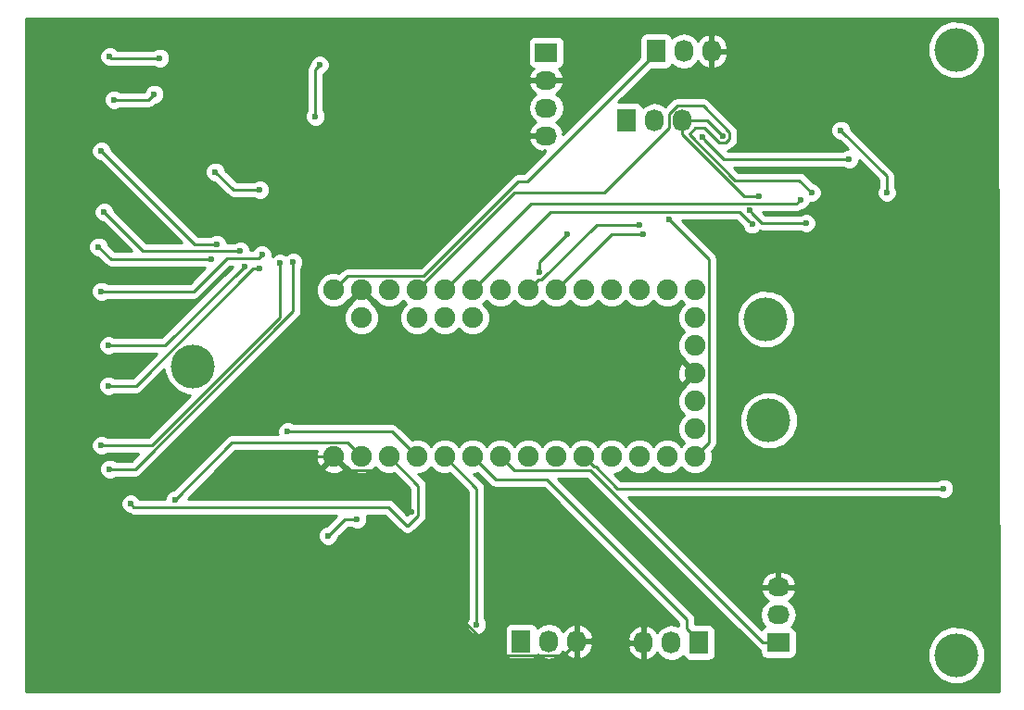
<source format=gbr>
G04 #@! TF.FileFunction,Copper,L2,Bot,Signal*
%FSLAX46Y46*%
G04 Gerber Fmt 4.6, Leading zero omitted, Abs format (unit mm)*
G04 Created by KiCad (PCBNEW 4.0.2-stable) date 20.06.2016 22.34.35*
%MOMM*%
G01*
G04 APERTURE LIST*
%ADD10C,0.100000*%
%ADD11R,1.727200X2.032000*%
%ADD12O,1.727200X2.032000*%
%ADD13R,2.032000X1.727200*%
%ADD14O,2.032000X1.727200*%
%ADD15C,1.900000*%
%ADD16C,4.000000*%
%ADD17C,0.600000*%
%ADD18C,0.250000*%
%ADD19C,0.254000*%
G04 APERTURE END LIST*
D10*
D11*
X141224000Y-128778000D03*
D12*
X143764000Y-128778000D03*
X146304000Y-128778000D03*
D11*
X157480000Y-128905000D03*
D12*
X154940000Y-128905000D03*
X152400000Y-128905000D03*
D13*
X164719000Y-128905000D03*
D14*
X164719000Y-126365000D03*
X164719000Y-123825000D03*
D11*
X150876000Y-81153000D03*
D12*
X153416000Y-81153000D03*
X155956000Y-81153000D03*
D11*
X153543000Y-74803000D03*
D12*
X156083000Y-74803000D03*
X158623000Y-74803000D03*
D15*
X126619000Y-111887000D03*
X129159000Y-111887000D03*
X131699000Y-111887000D03*
X134239000Y-111887000D03*
X136779000Y-111887000D03*
X139319000Y-111887000D03*
X141859000Y-111887000D03*
X144399000Y-111887000D03*
X146939000Y-111887000D03*
X149479000Y-111887000D03*
X152019000Y-111887000D03*
X154559000Y-111887000D03*
X157099000Y-111887000D03*
X157099000Y-96647000D03*
X154559000Y-96647000D03*
X152019000Y-96647000D03*
X149479000Y-96647000D03*
X146939000Y-96647000D03*
X144399000Y-96647000D03*
X141859000Y-96647000D03*
X139319000Y-96647000D03*
X136779000Y-96647000D03*
X134239000Y-96647000D03*
X131699000Y-96647000D03*
X129159000Y-96647000D03*
X126619000Y-96647000D03*
X124079000Y-96647000D03*
X124079000Y-111887000D03*
X157099000Y-99187000D03*
X157099000Y-101727000D03*
X157099000Y-104267000D03*
X157099000Y-106807000D03*
X157099000Y-109347000D03*
X126619000Y-99187000D03*
X131699000Y-99187000D03*
X134239000Y-99187000D03*
X136779000Y-99187000D03*
D13*
X143510000Y-74930000D03*
D14*
X143510000Y-77470000D03*
X143510000Y-80010000D03*
X143510000Y-82550000D03*
D16*
X111252000Y-103632000D03*
X180975000Y-130048000D03*
X180975000Y-74676000D03*
X163576000Y-99314000D03*
X163830000Y-108585000D03*
D17*
X130556000Y-75057000D03*
X134112000Y-126238000D03*
X145542000Y-122428000D03*
X143764000Y-120523000D03*
X160147000Y-102108000D03*
X166624000Y-92329000D03*
X166624000Y-76073000D03*
X171958000Y-76835000D03*
X162939988Y-88090093D03*
X159639000Y-82550000D03*
X113157000Y-84074000D03*
X114681000Y-84582000D03*
X110998000Y-75819000D03*
X98298000Y-122555000D03*
X107569000Y-127635000D03*
X132842000Y-82169000D03*
X115951000Y-113157000D03*
X133731000Y-121031000D03*
X131191000Y-116967000D03*
X179578000Y-120650000D03*
X126238000Y-117602000D03*
X123571000Y-119126000D03*
X174625000Y-87757000D03*
X170434000Y-82042000D03*
X162077854Y-89389959D03*
X167250512Y-90542044D03*
X119888000Y-109601000D03*
X137152465Y-127251555D03*
X154718111Y-90160020D03*
X152019000Y-90678000D03*
X142875000Y-94986020D03*
X145415000Y-91567000D03*
X152400000Y-91567000D03*
X113284000Y-85852000D03*
X117348000Y-87503000D03*
X102870000Y-83947000D03*
X113411000Y-92456000D03*
X115570000Y-93081020D03*
X103124000Y-89535000D03*
X102616000Y-92710000D03*
X112903000Y-93853000D03*
X117527506Y-93437405D03*
X102870000Y-96774000D03*
X115918523Y-94478020D03*
X103505000Y-101727000D03*
X117348000Y-94687427D03*
X103505000Y-105410000D03*
X119163298Y-94199807D03*
X102870000Y-110871000D03*
X103632000Y-113030000D03*
X120396000Y-94107000D03*
X122809000Y-76073000D03*
X122428000Y-80772000D03*
X103632000Y-75311000D03*
X108204000Y-75438000D03*
X104013000Y-79248000D03*
X107696000Y-78740000D03*
X109601000Y-115824000D03*
X105537000Y-116205000D03*
X162317627Y-90639981D03*
X166751000Y-88392000D03*
X167767000Y-87757000D03*
X157756609Y-82706107D03*
X171186049Y-84669998D03*
X179832000Y-114808000D03*
D18*
X130556000Y-75057000D02*
X130556000Y-79883000D01*
X130556000Y-79883000D02*
X132842000Y-82169000D01*
X134112000Y-126238000D02*
X137993001Y-130119001D01*
X137993001Y-130119001D02*
X145115399Y-130119001D01*
X145115399Y-130119001D02*
X146304000Y-128930400D01*
X146304000Y-128930400D02*
X146304000Y-128778000D01*
X143764000Y-120523000D02*
X145542000Y-122301000D01*
X145542000Y-122301000D02*
X145542000Y-122428000D01*
X166624000Y-92329000D02*
X160147000Y-98806000D01*
X160147000Y-98806000D02*
X160147000Y-102108000D01*
X171958000Y-76835000D02*
X167386000Y-76835000D01*
X167386000Y-76835000D02*
X166624000Y-76073000D01*
X155956000Y-81153000D02*
X155956000Y-82425820D01*
X161620273Y-88090093D02*
X162515724Y-88090093D01*
X155956000Y-82425820D02*
X161620273Y-88090093D01*
X162515724Y-88090093D02*
X162939988Y-88090093D01*
X159639000Y-82550000D02*
X158242000Y-81153000D01*
X158242000Y-81153000D02*
X155956000Y-81153000D01*
X113157000Y-84074000D02*
X113157000Y-77978000D01*
X113157000Y-77978000D02*
X110998000Y-75819000D01*
X114681000Y-82550000D02*
X114681000Y-84582000D01*
X110998000Y-75819000D02*
X114173000Y-78994000D01*
X114173000Y-78994000D02*
X114173000Y-81407000D01*
X107569000Y-127635000D02*
X103378000Y-127635000D01*
X103378000Y-127635000D02*
X98298000Y-122555000D01*
X132842000Y-82169000D02*
X133223000Y-82550000D01*
X133223000Y-82550000D02*
X143510000Y-82550000D01*
X124079000Y-111887000D02*
X117221000Y-111887000D01*
X117221000Y-111887000D02*
X115951000Y-113157000D01*
X133731000Y-124714000D02*
X139136010Y-130119010D01*
X133731000Y-121031000D02*
X133731000Y-124714000D01*
X145115390Y-130119010D02*
X146304000Y-128930400D01*
X139136010Y-130119010D02*
X145115390Y-130119010D01*
X127386001Y-113162001D02*
X131191000Y-116967000D01*
X124079000Y-111887000D02*
X125354001Y-113162001D01*
X125354001Y-113162001D02*
X127386001Y-113162001D01*
X179578000Y-120650000D02*
X176403000Y-123825000D01*
X176403000Y-123825000D02*
X164719000Y-123825000D01*
X123571000Y-119126000D02*
X125095000Y-117602000D01*
X125095000Y-117602000D02*
X126238000Y-117602000D01*
X170434000Y-82042000D02*
X174625000Y-86233000D01*
X174625000Y-86233000D02*
X174625000Y-87757000D01*
X162377853Y-89689958D02*
X162077854Y-89389959D01*
X163229939Y-90542044D02*
X162377853Y-89689958D01*
X167250512Y-90542044D02*
X163229939Y-90542044D01*
X119888000Y-109601000D02*
X129413000Y-109601000D01*
X129413000Y-109601000D02*
X131699000Y-111887000D01*
X137152465Y-114800465D02*
X137152465Y-127251555D01*
X134239000Y-111887000D02*
X137152465Y-114800465D01*
X138880011Y-113988011D02*
X136779000Y-111887000D01*
X143577600Y-113988011D02*
X138880011Y-113988011D01*
X156366400Y-126776811D02*
X143577600Y-113988011D01*
X156366400Y-127639000D02*
X156366400Y-126776811D01*
X157480000Y-128752600D02*
X156366400Y-127639000D01*
X157480000Y-128905000D02*
X157480000Y-128752600D01*
X125354001Y-95371999D02*
X124079000Y-96647000D01*
X140956599Y-86752990D02*
X132337591Y-95371999D01*
X141745410Y-86752990D02*
X140956599Y-86752990D01*
X153543000Y-74955400D02*
X141745410Y-86752990D01*
X132337591Y-95371999D02*
X125354001Y-95371999D01*
X153543000Y-74803000D02*
X153543000Y-74955400D01*
X163294000Y-128905000D02*
X147551001Y-113162001D01*
X147551001Y-113162001D02*
X140594001Y-113162001D01*
X164719000Y-128905000D02*
X163294000Y-128905000D01*
X140594001Y-113162001D02*
X139319000Y-111887000D01*
X157099000Y-111887000D02*
X158374001Y-110611999D01*
X158374001Y-93815910D02*
X154718111Y-90160020D01*
X158374001Y-110611999D02*
X158374001Y-93815910D01*
X142808999Y-95697001D02*
X141859000Y-96647000D01*
X148108024Y-90678000D02*
X143089023Y-95697001D01*
X152019000Y-90678000D02*
X148108024Y-90678000D01*
X143089023Y-95697001D02*
X142808999Y-95697001D01*
X142875000Y-94107000D02*
X142875000Y-94986020D01*
X145415000Y-91567000D02*
X142875000Y-94107000D01*
X152400000Y-91567000D02*
X149479000Y-91567000D01*
X149479000Y-91567000D02*
X144399000Y-96647000D01*
X117348000Y-87503000D02*
X114935000Y-87503000D01*
X114935000Y-87503000D02*
X113284000Y-85852000D01*
X113411000Y-92456000D02*
X111379000Y-92456000D01*
X111379000Y-92456000D02*
X102870000Y-83947000D01*
X106670020Y-93081020D02*
X115570000Y-93081020D01*
X103124000Y-89535000D02*
X106670020Y-93081020D01*
X112903000Y-93853000D02*
X103759000Y-93853000D01*
X103759000Y-93853000D02*
X102616000Y-92710000D01*
X102870000Y-96774000D02*
X111288002Y-96774000D01*
X111288002Y-96774000D02*
X114324598Y-93737404D01*
X117227507Y-93737404D02*
X117527506Y-93437405D01*
X114324598Y-93737404D02*
X117227507Y-93737404D01*
X103505000Y-101727000D02*
X108669543Y-101727000D01*
X108669543Y-101727000D02*
X115918523Y-94478020D01*
X103505000Y-105410000D02*
X106032998Y-105410000D01*
X106032998Y-105410000D02*
X116755571Y-94687427D01*
X116755571Y-94687427D02*
X116923736Y-94687427D01*
X116923736Y-94687427D02*
X117348000Y-94687427D01*
X102870000Y-110871000D02*
X107454002Y-110871000D01*
X119163298Y-99161704D02*
X119163298Y-94624071D01*
X107454002Y-110871000D02*
X119163298Y-99161704D01*
X119163298Y-94624071D02*
X119163298Y-94199807D01*
X104056264Y-113030000D02*
X103632000Y-113030000D01*
X105931413Y-113030000D02*
X104056264Y-113030000D01*
X120396000Y-98565413D02*
X105931413Y-113030000D01*
X120396000Y-94107000D02*
X120396000Y-98565413D01*
X122428000Y-80772000D02*
X122428000Y-76454000D01*
X122428000Y-76454000D02*
X122809000Y-76073000D01*
X108204000Y-75438000D02*
X103759000Y-75438000D01*
X103759000Y-75438000D02*
X103632000Y-75311000D01*
X107696000Y-78740000D02*
X107188000Y-79248000D01*
X107188000Y-79248000D02*
X104013000Y-79248000D01*
X109601000Y-115824000D02*
X114813001Y-110611999D01*
X125343999Y-110611999D02*
X126619000Y-111887000D01*
X114813001Y-110611999D02*
X125343999Y-110611999D01*
X131816002Y-114544002D02*
X129159000Y-111887000D01*
X130856002Y-118227002D02*
X131816002Y-117267002D01*
X130763998Y-118227002D02*
X130856002Y-118227002D01*
X129041995Y-116504999D02*
X130763998Y-118227002D01*
X105836999Y-116504999D02*
X129041995Y-116504999D01*
X105537000Y-116205000D02*
X105836999Y-116504999D01*
X131816002Y-117267002D02*
X131816002Y-114544002D01*
X136779000Y-96647000D02*
X143936999Y-89489001D01*
X143936999Y-89489001D02*
X161166647Y-89489001D01*
X161166647Y-89489001D02*
X162017628Y-90339982D01*
X162017628Y-90339982D02*
X162317627Y-90639981D01*
X134239000Y-96647000D02*
X142122998Y-88763002D01*
X142122998Y-88763002D02*
X166379998Y-88763002D01*
X166379998Y-88763002D02*
X166451001Y-88691999D01*
X166451001Y-88691999D02*
X166751000Y-88392000D01*
X157825992Y-79811990D02*
X160264001Y-82249999D01*
X157144610Y-81797738D02*
X156554469Y-82387879D01*
X159338999Y-83175001D02*
X157961736Y-81797738D01*
X154767390Y-80508262D02*
X155463662Y-79811990D01*
X140598999Y-87747001D02*
X148818127Y-87747001D01*
X155463662Y-79811990D02*
X157825992Y-79811990D01*
X157961736Y-81797738D02*
X157144610Y-81797738D01*
X154767390Y-81797738D02*
X154767390Y-80508262D01*
X160775472Y-86608882D02*
X166618882Y-86608882D01*
X156554469Y-82387879D02*
X160775472Y-86608882D01*
X160264001Y-82249999D02*
X160264001Y-82850001D01*
X166618882Y-86608882D02*
X167767000Y-87757000D01*
X159939001Y-83175001D02*
X159338999Y-83175001D01*
X131699000Y-96647000D02*
X140598999Y-87747001D01*
X148818127Y-87747001D02*
X154767390Y-81797738D01*
X160264001Y-82850001D02*
X159939001Y-83175001D01*
X159720500Y-84669998D02*
X158056608Y-83006106D01*
X158056608Y-83006106D02*
X157756609Y-82706107D01*
X171186049Y-84669998D02*
X159720500Y-84669998D01*
X148021410Y-112836999D02*
X147888999Y-112836999D01*
X149992411Y-114808000D02*
X148021410Y-112836999D01*
X179832000Y-114808000D02*
X149992411Y-114808000D01*
X147888999Y-112836999D02*
X146939000Y-111887000D01*
D19*
G36*
X184835567Y-133402000D02*
X95960000Y-133402000D01*
X95960000Y-116390167D01*
X104601838Y-116390167D01*
X104743883Y-116733943D01*
X105006673Y-116997192D01*
X105350201Y-117139838D01*
X105445549Y-117139921D01*
X105546160Y-117207147D01*
X105836999Y-117264999D01*
X124357199Y-117264999D01*
X123431320Y-118190878D01*
X123385833Y-118190838D01*
X123042057Y-118332883D01*
X122778808Y-118595673D01*
X122636162Y-118939201D01*
X122635838Y-119311167D01*
X122777883Y-119654943D01*
X123040673Y-119918192D01*
X123384201Y-120060838D01*
X123756167Y-120061162D01*
X124099943Y-119919117D01*
X124363192Y-119656327D01*
X124505838Y-119312799D01*
X124505879Y-119265923D01*
X125409802Y-118362000D01*
X125675537Y-118362000D01*
X125707673Y-118394192D01*
X126051201Y-118536838D01*
X126423167Y-118537162D01*
X126766943Y-118395117D01*
X127030192Y-118132327D01*
X127172838Y-117788799D01*
X127173162Y-117416833D01*
X127110426Y-117264999D01*
X128727193Y-117264999D01*
X130226597Y-118764403D01*
X130473159Y-118929150D01*
X130763998Y-118987002D01*
X130856002Y-118987002D01*
X131146841Y-118929150D01*
X131393403Y-118764403D01*
X132353403Y-117804403D01*
X132518150Y-117557841D01*
X132576002Y-117267002D01*
X132576002Y-114544002D01*
X132523260Y-114278850D01*
X132518150Y-114253162D01*
X132353403Y-114006601D01*
X131818907Y-113472105D01*
X132012893Y-113472275D01*
X132595657Y-113231481D01*
X132969261Y-112858529D01*
X133339997Y-113229914D01*
X133922341Y-113471724D01*
X134552893Y-113472275D01*
X134691996Y-113414798D01*
X136392465Y-115115267D01*
X136392465Y-126689092D01*
X136360273Y-126721228D01*
X136217627Y-127064756D01*
X136217303Y-127436722D01*
X136359348Y-127780498D01*
X136622138Y-128043747D01*
X136965666Y-128186393D01*
X137337632Y-128186717D01*
X137681408Y-128044672D01*
X137944657Y-127781882D01*
X137952912Y-127762000D01*
X139712960Y-127762000D01*
X139712960Y-129794000D01*
X139757238Y-130029317D01*
X139896310Y-130245441D01*
X140108510Y-130390431D01*
X140360400Y-130441440D01*
X142087600Y-130441440D01*
X142322917Y-130397162D01*
X142539041Y-130258090D01*
X142684031Y-130045890D01*
X142692400Y-130004561D01*
X142704330Y-130022415D01*
X143190511Y-130347271D01*
X143764000Y-130461345D01*
X144337489Y-130347271D01*
X144823670Y-130022415D01*
X145030461Y-129712931D01*
X145401964Y-130128732D01*
X145929209Y-130382709D01*
X145944974Y-130385358D01*
X146177000Y-130264217D01*
X146177000Y-128905000D01*
X146431000Y-128905000D01*
X146431000Y-130264217D01*
X146663026Y-130385358D01*
X146678791Y-130382709D01*
X147206036Y-130128732D01*
X147595954Y-129692320D01*
X147744759Y-129266913D01*
X150914816Y-129266913D01*
X151108046Y-129819320D01*
X151497964Y-130255732D01*
X152025209Y-130509709D01*
X152040974Y-130512358D01*
X152273000Y-130391217D01*
X152273000Y-129032000D01*
X151059076Y-129032000D01*
X150914816Y-129266913D01*
X147744759Y-129266913D01*
X147789184Y-129139913D01*
X147644924Y-128905000D01*
X146431000Y-128905000D01*
X146177000Y-128905000D01*
X146157000Y-128905000D01*
X146157000Y-128651000D01*
X146177000Y-128651000D01*
X146177000Y-127291783D01*
X146431000Y-127291783D01*
X146431000Y-128651000D01*
X147644924Y-128651000D01*
X147711193Y-128543087D01*
X150914816Y-128543087D01*
X151059076Y-128778000D01*
X152273000Y-128778000D01*
X152273000Y-127418783D01*
X152040974Y-127297642D01*
X152025209Y-127300291D01*
X151497964Y-127554268D01*
X151108046Y-127990680D01*
X150914816Y-128543087D01*
X147711193Y-128543087D01*
X147789184Y-128416087D01*
X147595954Y-127863680D01*
X147206036Y-127427268D01*
X146678791Y-127173291D01*
X146663026Y-127170642D01*
X146431000Y-127291783D01*
X146177000Y-127291783D01*
X145944974Y-127170642D01*
X145929209Y-127173291D01*
X145401964Y-127427268D01*
X145030461Y-127843069D01*
X144823670Y-127533585D01*
X144337489Y-127208729D01*
X143764000Y-127094655D01*
X143190511Y-127208729D01*
X142704330Y-127533585D01*
X142694757Y-127547913D01*
X142690762Y-127526683D01*
X142551690Y-127310559D01*
X142339490Y-127165569D01*
X142087600Y-127114560D01*
X140360400Y-127114560D01*
X140125083Y-127158838D01*
X139908959Y-127297910D01*
X139763969Y-127510110D01*
X139712960Y-127762000D01*
X137952912Y-127762000D01*
X138087303Y-127438354D01*
X138087627Y-127066388D01*
X137945582Y-126722612D01*
X137912465Y-126689437D01*
X137912465Y-114800465D01*
X137854613Y-114509626D01*
X137689866Y-114263064D01*
X136898907Y-113472105D01*
X137092893Y-113472275D01*
X137231996Y-113414798D01*
X138342610Y-114525412D01*
X138589171Y-114690159D01*
X138880011Y-114748011D01*
X143262798Y-114748011D01*
X155606400Y-127091613D01*
X155606400Y-127397810D01*
X155513489Y-127335729D01*
X154940000Y-127221655D01*
X154366511Y-127335729D01*
X153880330Y-127660585D01*
X153673539Y-127970069D01*
X153302036Y-127554268D01*
X152774791Y-127300291D01*
X152759026Y-127297642D01*
X152527000Y-127418783D01*
X152527000Y-128778000D01*
X152547000Y-128778000D01*
X152547000Y-129032000D01*
X152527000Y-129032000D01*
X152527000Y-130391217D01*
X152759026Y-130512358D01*
X152774791Y-130509709D01*
X153302036Y-130255732D01*
X153673539Y-129839931D01*
X153880330Y-130149415D01*
X154366511Y-130474271D01*
X154940000Y-130588345D01*
X155033061Y-130569834D01*
X178339543Y-130569834D01*
X178739853Y-131538658D01*
X179480443Y-132280542D01*
X180448567Y-132682542D01*
X181496834Y-132683457D01*
X182465658Y-132283147D01*
X183207542Y-131542557D01*
X183609542Y-130574433D01*
X183610457Y-129526166D01*
X183210147Y-128557342D01*
X182469557Y-127815458D01*
X181501433Y-127413458D01*
X180453166Y-127412543D01*
X179484342Y-127812853D01*
X178742458Y-128553443D01*
X178340458Y-129521567D01*
X178339543Y-130569834D01*
X155033061Y-130569834D01*
X155513489Y-130474271D01*
X155999670Y-130149415D01*
X156009243Y-130135087D01*
X156013238Y-130156317D01*
X156152310Y-130372441D01*
X156364510Y-130517431D01*
X156616400Y-130568440D01*
X158343600Y-130568440D01*
X158578917Y-130524162D01*
X158795041Y-130385090D01*
X158940031Y-130172890D01*
X158991040Y-129921000D01*
X158991040Y-127889000D01*
X158946762Y-127653683D01*
X158807690Y-127437559D01*
X158595490Y-127292569D01*
X158343600Y-127241560D01*
X157126400Y-127241560D01*
X157126400Y-126776811D01*
X157068548Y-126485972D01*
X157068548Y-126485971D01*
X156903801Y-126239410D01*
X144586392Y-113922001D01*
X147236199Y-113922001D01*
X162756599Y-129442401D01*
X163003161Y-129607148D01*
X163055560Y-129617571D01*
X163055560Y-129768600D01*
X163099838Y-130003917D01*
X163238910Y-130220041D01*
X163451110Y-130365031D01*
X163703000Y-130416040D01*
X165735000Y-130416040D01*
X165970317Y-130371762D01*
X166186441Y-130232690D01*
X166331431Y-130020490D01*
X166382440Y-129768600D01*
X166382440Y-128041400D01*
X166338162Y-127806083D01*
X166199090Y-127589959D01*
X165986890Y-127444969D01*
X165945561Y-127436600D01*
X165963415Y-127424670D01*
X166288271Y-126938489D01*
X166402345Y-126365000D01*
X166288271Y-125791511D01*
X165963415Y-125305330D01*
X165653931Y-125098539D01*
X166069732Y-124727036D01*
X166323709Y-124199791D01*
X166326358Y-124184026D01*
X166205217Y-123952000D01*
X164846000Y-123952000D01*
X164846000Y-123972000D01*
X164592000Y-123972000D01*
X164592000Y-123952000D01*
X163232783Y-123952000D01*
X163111642Y-124184026D01*
X163114291Y-124199791D01*
X163368268Y-124727036D01*
X163784069Y-125098539D01*
X163474585Y-125305330D01*
X163149729Y-125791511D01*
X163035655Y-126365000D01*
X163149729Y-126938489D01*
X163474585Y-127424670D01*
X163488913Y-127434243D01*
X163467683Y-127438238D01*
X163251559Y-127577310D01*
X163166135Y-127702333D01*
X158929776Y-123465974D01*
X163111642Y-123465974D01*
X163232783Y-123698000D01*
X164592000Y-123698000D01*
X164592000Y-122484076D01*
X164846000Y-122484076D01*
X164846000Y-123698000D01*
X166205217Y-123698000D01*
X166326358Y-123465974D01*
X166323709Y-123450209D01*
X166069732Y-122922964D01*
X165633320Y-122533046D01*
X165080913Y-122339816D01*
X164846000Y-122484076D01*
X164592000Y-122484076D01*
X164357087Y-122339816D01*
X163804680Y-122533046D01*
X163368268Y-122922964D01*
X163114291Y-123450209D01*
X163111642Y-123465974D01*
X158929776Y-123465974D01*
X151031802Y-115568000D01*
X179269537Y-115568000D01*
X179301673Y-115600192D01*
X179645201Y-115742838D01*
X180017167Y-115743162D01*
X180360943Y-115601117D01*
X180624192Y-115338327D01*
X180766838Y-114994799D01*
X180767162Y-114622833D01*
X180625117Y-114279057D01*
X180362327Y-114015808D01*
X180018799Y-113873162D01*
X179646833Y-113872838D01*
X179303057Y-114014883D01*
X179269882Y-114048000D01*
X150307213Y-114048000D01*
X149731434Y-113472221D01*
X149792893Y-113472275D01*
X150375657Y-113231481D01*
X150749261Y-112858529D01*
X151119997Y-113229914D01*
X151702341Y-113471724D01*
X152332893Y-113472275D01*
X152915657Y-113231481D01*
X153289261Y-112858529D01*
X153659997Y-113229914D01*
X154242341Y-113471724D01*
X154872893Y-113472275D01*
X155455657Y-113231481D01*
X155829261Y-112858529D01*
X156199997Y-113229914D01*
X156782341Y-113471724D01*
X157412893Y-113472275D01*
X157995657Y-113231481D01*
X158441914Y-112786003D01*
X158683724Y-112203659D01*
X158684275Y-111573107D01*
X158626798Y-111434004D01*
X158911402Y-111149400D01*
X159076149Y-110902838D01*
X159134001Y-110611999D01*
X159134001Y-109106834D01*
X161194543Y-109106834D01*
X161594853Y-110075658D01*
X162335443Y-110817542D01*
X163303567Y-111219542D01*
X164351834Y-111220457D01*
X165320658Y-110820147D01*
X166062542Y-110079557D01*
X166464542Y-109111433D01*
X166465457Y-108063166D01*
X166065147Y-107094342D01*
X165324557Y-106352458D01*
X164356433Y-105950458D01*
X163308166Y-105949543D01*
X162339342Y-106349853D01*
X161597458Y-107090443D01*
X161195458Y-108058567D01*
X161194543Y-109106834D01*
X159134001Y-109106834D01*
X159134001Y-99835834D01*
X160940543Y-99835834D01*
X161340853Y-100804658D01*
X162081443Y-101546542D01*
X163049567Y-101948542D01*
X164097834Y-101949457D01*
X165066658Y-101549147D01*
X165808542Y-100808557D01*
X166210542Y-99840433D01*
X166211457Y-98792166D01*
X165811147Y-97823342D01*
X165070557Y-97081458D01*
X164102433Y-96679458D01*
X163054166Y-96678543D01*
X162085342Y-97078853D01*
X161343458Y-97819443D01*
X160941458Y-98787567D01*
X160940543Y-99835834D01*
X159134001Y-99835834D01*
X159134001Y-93815910D01*
X159086689Y-93578057D01*
X159076149Y-93525070D01*
X158911402Y-93278509D01*
X155881894Y-90249001D01*
X160851845Y-90249001D01*
X161382505Y-90779661D01*
X161382465Y-90825148D01*
X161524510Y-91168924D01*
X161787300Y-91432173D01*
X162130828Y-91574819D01*
X162502794Y-91575143D01*
X162846570Y-91433098D01*
X163019738Y-91260232D01*
X163229939Y-91302044D01*
X166688049Y-91302044D01*
X166720185Y-91334236D01*
X167063713Y-91476882D01*
X167435679Y-91477206D01*
X167779455Y-91335161D01*
X168042704Y-91072371D01*
X168185350Y-90728843D01*
X168185674Y-90356877D01*
X168043629Y-90013101D01*
X167780839Y-89749852D01*
X167437311Y-89607206D01*
X167065345Y-89606882D01*
X166721569Y-89748927D01*
X166688394Y-89782044D01*
X163544741Y-89782044D01*
X163285699Y-89523002D01*
X166379998Y-89523002D01*
X166670837Y-89465150D01*
X166877428Y-89327111D01*
X166936167Y-89327162D01*
X167279943Y-89185117D01*
X167543192Y-88922327D01*
X167638879Y-88691889D01*
X167952167Y-88692162D01*
X168295943Y-88550117D01*
X168559192Y-88287327D01*
X168701838Y-87943799D01*
X168702162Y-87571833D01*
X168560117Y-87228057D01*
X168297327Y-86964808D01*
X167953799Y-86822162D01*
X167906923Y-86822121D01*
X167156283Y-86071481D01*
X166909721Y-85906734D01*
X166618882Y-85848882D01*
X161090274Y-85848882D01*
X160671390Y-85429998D01*
X170623586Y-85429998D01*
X170655722Y-85462190D01*
X170999250Y-85604836D01*
X171371216Y-85605160D01*
X171714992Y-85463115D01*
X171978241Y-85200325D01*
X172120887Y-84856797D01*
X172120933Y-84803735D01*
X173865000Y-86547802D01*
X173865000Y-87194537D01*
X173832808Y-87226673D01*
X173690162Y-87570201D01*
X173689838Y-87942167D01*
X173831883Y-88285943D01*
X174094673Y-88549192D01*
X174438201Y-88691838D01*
X174810167Y-88692162D01*
X175153943Y-88550117D01*
X175417192Y-88287327D01*
X175559838Y-87943799D01*
X175560162Y-87571833D01*
X175418117Y-87228057D01*
X175385000Y-87194882D01*
X175385000Y-86233000D01*
X175327148Y-85942161D01*
X175162401Y-85695599D01*
X171369122Y-81902320D01*
X171369162Y-81856833D01*
X171227117Y-81513057D01*
X170964327Y-81249808D01*
X170620799Y-81107162D01*
X170248833Y-81106838D01*
X169905057Y-81248883D01*
X169641808Y-81511673D01*
X169499162Y-81855201D01*
X169498838Y-82227167D01*
X169640883Y-82570943D01*
X169903673Y-82834192D01*
X170247201Y-82976838D01*
X170294077Y-82976879D01*
X171052079Y-83734881D01*
X171000882Y-83734836D01*
X170657106Y-83876881D01*
X170623931Y-83909998D01*
X160064698Y-83909998D01*
X160229840Y-83877149D01*
X160476402Y-83712402D01*
X160801402Y-83387402D01*
X160966149Y-83140841D01*
X160992175Y-83009999D01*
X161024001Y-82850001D01*
X161024001Y-82249999D01*
X160966149Y-81959160D01*
X160966149Y-81959159D01*
X160801402Y-81712598D01*
X158363393Y-79274589D01*
X158116831Y-79109842D01*
X157825992Y-79051990D01*
X155463662Y-79051990D01*
X155172822Y-79109842D01*
X154926261Y-79274589D01*
X154365727Y-79835123D01*
X153989489Y-79583729D01*
X153416000Y-79469655D01*
X152842511Y-79583729D01*
X152356330Y-79908585D01*
X152346757Y-79922913D01*
X152342762Y-79901683D01*
X152203690Y-79685559D01*
X151991490Y-79540569D01*
X151739600Y-79489560D01*
X150083642Y-79489560D01*
X153106762Y-76466440D01*
X154406600Y-76466440D01*
X154641917Y-76422162D01*
X154858041Y-76283090D01*
X155003031Y-76070890D01*
X155011400Y-76029561D01*
X155023330Y-76047415D01*
X155509511Y-76372271D01*
X156083000Y-76486345D01*
X156656489Y-76372271D01*
X157142670Y-76047415D01*
X157349461Y-75737931D01*
X157720964Y-76153732D01*
X158248209Y-76407709D01*
X158263974Y-76410358D01*
X158496000Y-76289217D01*
X158496000Y-74930000D01*
X158750000Y-74930000D01*
X158750000Y-76289217D01*
X158982026Y-76410358D01*
X158997791Y-76407709D01*
X159525036Y-76153732D01*
X159914954Y-75717320D01*
X160096668Y-75197834D01*
X178339543Y-75197834D01*
X178739853Y-76166658D01*
X179480443Y-76908542D01*
X180448567Y-77310542D01*
X181496834Y-77311457D01*
X182465658Y-76911147D01*
X183207542Y-76170557D01*
X183609542Y-75202433D01*
X183610457Y-74154166D01*
X183210147Y-73185342D01*
X182469557Y-72443458D01*
X181501433Y-72041458D01*
X180453166Y-72040543D01*
X179484342Y-72440853D01*
X178742458Y-73181443D01*
X178340458Y-74149567D01*
X178339543Y-75197834D01*
X160096668Y-75197834D01*
X160108184Y-75164913D01*
X159963924Y-74930000D01*
X158750000Y-74930000D01*
X158496000Y-74930000D01*
X158476000Y-74930000D01*
X158476000Y-74676000D01*
X158496000Y-74676000D01*
X158496000Y-73316783D01*
X158750000Y-73316783D01*
X158750000Y-74676000D01*
X159963924Y-74676000D01*
X160108184Y-74441087D01*
X159914954Y-73888680D01*
X159525036Y-73452268D01*
X158997791Y-73198291D01*
X158982026Y-73195642D01*
X158750000Y-73316783D01*
X158496000Y-73316783D01*
X158263974Y-73195642D01*
X158248209Y-73198291D01*
X157720964Y-73452268D01*
X157349461Y-73868069D01*
X157142670Y-73558585D01*
X156656489Y-73233729D01*
X156083000Y-73119655D01*
X155509511Y-73233729D01*
X155023330Y-73558585D01*
X155013757Y-73572913D01*
X155009762Y-73551683D01*
X154870690Y-73335559D01*
X154658490Y-73190569D01*
X154406600Y-73139560D01*
X152679400Y-73139560D01*
X152444083Y-73183838D01*
X152227959Y-73322910D01*
X152082969Y-73535110D01*
X152031960Y-73787000D01*
X152031960Y-75391638D01*
X145000600Y-82422998D01*
X144996218Y-82422998D01*
X145117358Y-82190974D01*
X145114709Y-82175209D01*
X144860732Y-81647964D01*
X144444931Y-81276461D01*
X144754415Y-81069670D01*
X145079271Y-80583489D01*
X145193345Y-80010000D01*
X145079271Y-79436511D01*
X144754415Y-78950330D01*
X144444931Y-78743539D01*
X144860732Y-78372036D01*
X145114709Y-77844791D01*
X145117358Y-77829026D01*
X144996217Y-77597000D01*
X143637000Y-77597000D01*
X143637000Y-77617000D01*
X143383000Y-77617000D01*
X143383000Y-77597000D01*
X142023783Y-77597000D01*
X141902642Y-77829026D01*
X141905291Y-77844791D01*
X142159268Y-78372036D01*
X142575069Y-78743539D01*
X142265585Y-78950330D01*
X141940729Y-79436511D01*
X141826655Y-80010000D01*
X141940729Y-80583489D01*
X142265585Y-81069670D01*
X142575069Y-81276461D01*
X142159268Y-81647964D01*
X141905291Y-82175209D01*
X141902642Y-82190974D01*
X142023783Y-82423000D01*
X143383000Y-82423000D01*
X143383000Y-82403000D01*
X143637000Y-82403000D01*
X143637000Y-82423000D01*
X143657000Y-82423000D01*
X143657000Y-82677000D01*
X143637000Y-82677000D01*
X143637000Y-82697000D01*
X143383000Y-82697000D01*
X143383000Y-82677000D01*
X142023783Y-82677000D01*
X141902642Y-82909026D01*
X141905291Y-82924791D01*
X142159268Y-83452036D01*
X142595680Y-83841954D01*
X143148087Y-84035184D01*
X143382998Y-83890925D01*
X143382998Y-84040600D01*
X141430608Y-85992990D01*
X140956599Y-85992990D01*
X140665760Y-86050842D01*
X140419198Y-86215589D01*
X132022789Y-94611999D01*
X125354001Y-94611999D01*
X125063162Y-94669851D01*
X124816600Y-94834598D01*
X124532218Y-95118980D01*
X124395659Y-95062276D01*
X123765107Y-95061725D01*
X123182343Y-95302519D01*
X122736086Y-95747997D01*
X122494276Y-96330341D01*
X122493725Y-96960893D01*
X122734519Y-97543657D01*
X123179997Y-97989914D01*
X123762341Y-98231724D01*
X124392893Y-98232275D01*
X124975657Y-97991481D01*
X125415116Y-97552789D01*
X125502650Y-97583745D01*
X126439395Y-96647000D01*
X126425253Y-96632858D01*
X126604858Y-96453253D01*
X126619000Y-96467395D01*
X126633143Y-96453253D01*
X126812748Y-96632858D01*
X126798605Y-96647000D01*
X127735350Y-97583745D01*
X127823439Y-97552593D01*
X128259997Y-97989914D01*
X128842341Y-98231724D01*
X129472893Y-98232275D01*
X130055657Y-97991481D01*
X130429261Y-97618529D01*
X130727471Y-97917261D01*
X130356086Y-98287997D01*
X130114276Y-98870341D01*
X130113725Y-99500893D01*
X130354519Y-100083657D01*
X130799997Y-100529914D01*
X131382341Y-100771724D01*
X132012893Y-100772275D01*
X132595657Y-100531481D01*
X132969261Y-100158529D01*
X133339997Y-100529914D01*
X133922341Y-100771724D01*
X134552893Y-100772275D01*
X135135657Y-100531481D01*
X135509261Y-100158529D01*
X135879997Y-100529914D01*
X136462341Y-100771724D01*
X137092893Y-100772275D01*
X137675657Y-100531481D01*
X138121914Y-100086003D01*
X138363724Y-99503659D01*
X138364275Y-98873107D01*
X138123481Y-98290343D01*
X137750529Y-97916739D01*
X138049261Y-97618529D01*
X138419997Y-97989914D01*
X139002341Y-98231724D01*
X139632893Y-98232275D01*
X140215657Y-97991481D01*
X140589261Y-97618529D01*
X140959997Y-97989914D01*
X141542341Y-98231724D01*
X142172893Y-98232275D01*
X142755657Y-97991481D01*
X143129261Y-97618529D01*
X143499997Y-97989914D01*
X144082341Y-98231724D01*
X144712893Y-98232275D01*
X145295657Y-97991481D01*
X145669261Y-97618529D01*
X146039997Y-97989914D01*
X146622341Y-98231724D01*
X147252893Y-98232275D01*
X147835657Y-97991481D01*
X148209261Y-97618529D01*
X148579997Y-97989914D01*
X149162341Y-98231724D01*
X149792893Y-98232275D01*
X150375657Y-97991481D01*
X150749261Y-97618529D01*
X151119997Y-97989914D01*
X151702341Y-98231724D01*
X152332893Y-98232275D01*
X152915657Y-97991481D01*
X153289261Y-97618529D01*
X153659997Y-97989914D01*
X154242341Y-98231724D01*
X154872893Y-98232275D01*
X155455657Y-97991481D01*
X155829261Y-97618529D01*
X156127471Y-97917261D01*
X155756086Y-98287997D01*
X155514276Y-98870341D01*
X155513725Y-99500893D01*
X155754519Y-100083657D01*
X156127471Y-100457261D01*
X155756086Y-100827997D01*
X155514276Y-101410341D01*
X155513725Y-102040893D01*
X155754519Y-102623657D01*
X156193211Y-103063116D01*
X156162255Y-103150650D01*
X157099000Y-104087395D01*
X157113143Y-104073253D01*
X157292748Y-104252858D01*
X157278605Y-104267000D01*
X157292748Y-104281143D01*
X157113143Y-104460748D01*
X157099000Y-104446605D01*
X156162255Y-105383350D01*
X156193407Y-105471439D01*
X155756086Y-105907997D01*
X155514276Y-106490341D01*
X155513725Y-107120893D01*
X155754519Y-107703657D01*
X156127471Y-108077261D01*
X155756086Y-108447997D01*
X155514276Y-109030341D01*
X155513725Y-109660893D01*
X155754519Y-110243657D01*
X156127471Y-110617261D01*
X155828739Y-110915471D01*
X155458003Y-110544086D01*
X154875659Y-110302276D01*
X154245107Y-110301725D01*
X153662343Y-110542519D01*
X153288739Y-110915471D01*
X152918003Y-110544086D01*
X152335659Y-110302276D01*
X151705107Y-110301725D01*
X151122343Y-110542519D01*
X150748739Y-110915471D01*
X150378003Y-110544086D01*
X149795659Y-110302276D01*
X149165107Y-110301725D01*
X148582343Y-110542519D01*
X148208739Y-110915471D01*
X147838003Y-110544086D01*
X147255659Y-110302276D01*
X146625107Y-110301725D01*
X146042343Y-110542519D01*
X145668739Y-110915471D01*
X145298003Y-110544086D01*
X144715659Y-110302276D01*
X144085107Y-110301725D01*
X143502343Y-110542519D01*
X143128739Y-110915471D01*
X142758003Y-110544086D01*
X142175659Y-110302276D01*
X141545107Y-110301725D01*
X140962343Y-110542519D01*
X140588739Y-110915471D01*
X140218003Y-110544086D01*
X139635659Y-110302276D01*
X139005107Y-110301725D01*
X138422343Y-110542519D01*
X138048739Y-110915471D01*
X137678003Y-110544086D01*
X137095659Y-110302276D01*
X136465107Y-110301725D01*
X135882343Y-110542519D01*
X135508739Y-110915471D01*
X135138003Y-110544086D01*
X134555659Y-110302276D01*
X133925107Y-110301725D01*
X133342343Y-110542519D01*
X132968739Y-110915471D01*
X132598003Y-110544086D01*
X132015659Y-110302276D01*
X131385107Y-110301725D01*
X131246004Y-110359202D01*
X129950401Y-109063599D01*
X129703839Y-108898852D01*
X129413000Y-108841000D01*
X120450463Y-108841000D01*
X120418327Y-108808808D01*
X120074799Y-108666162D01*
X119702833Y-108665838D01*
X119359057Y-108807883D01*
X119095808Y-109070673D01*
X118953162Y-109414201D01*
X118952838Y-109786167D01*
X118980039Y-109851999D01*
X114813001Y-109851999D01*
X114522162Y-109909851D01*
X114275600Y-110074597D01*
X109461320Y-114888878D01*
X109415833Y-114888838D01*
X109072057Y-115030883D01*
X108808808Y-115293673D01*
X108666162Y-115637201D01*
X108666068Y-115744999D01*
X106358603Y-115744999D01*
X106330117Y-115676057D01*
X106067327Y-115412808D01*
X105723799Y-115270162D01*
X105351833Y-115269838D01*
X105008057Y-115411883D01*
X104744808Y-115674673D01*
X104602162Y-116018201D01*
X104601838Y-116390167D01*
X95960000Y-116390167D01*
X95960000Y-92895167D01*
X101680838Y-92895167D01*
X101822883Y-93238943D01*
X102085673Y-93502192D01*
X102429201Y-93644838D01*
X102476077Y-93644879D01*
X103221599Y-94390401D01*
X103468161Y-94555148D01*
X103759000Y-94613000D01*
X112340537Y-94613000D01*
X112357354Y-94629846D01*
X110973200Y-96014000D01*
X103432463Y-96014000D01*
X103400327Y-95981808D01*
X103056799Y-95839162D01*
X102684833Y-95838838D01*
X102341057Y-95980883D01*
X102077808Y-96243673D01*
X101935162Y-96587201D01*
X101934838Y-96959167D01*
X102076883Y-97302943D01*
X102339673Y-97566192D01*
X102683201Y-97708838D01*
X103055167Y-97709162D01*
X103398943Y-97567117D01*
X103432118Y-97534000D01*
X111288002Y-97534000D01*
X111578841Y-97476148D01*
X111825403Y-97311401D01*
X114639400Y-94497404D01*
X114824337Y-94497404D01*
X108354741Y-100967000D01*
X104067463Y-100967000D01*
X104035327Y-100934808D01*
X103691799Y-100792162D01*
X103319833Y-100791838D01*
X102976057Y-100933883D01*
X102712808Y-101196673D01*
X102570162Y-101540201D01*
X102569838Y-101912167D01*
X102711883Y-102255943D01*
X102974673Y-102519192D01*
X103318201Y-102661838D01*
X103690167Y-102662162D01*
X104033943Y-102520117D01*
X104067118Y-102487000D01*
X107881196Y-102487000D01*
X105718196Y-104650000D01*
X104067463Y-104650000D01*
X104035327Y-104617808D01*
X103691799Y-104475162D01*
X103319833Y-104474838D01*
X102976057Y-104616883D01*
X102712808Y-104879673D01*
X102570162Y-105223201D01*
X102569838Y-105595167D01*
X102711883Y-105938943D01*
X102974673Y-106202192D01*
X103318201Y-106344838D01*
X103690167Y-106345162D01*
X104033943Y-106203117D01*
X104067118Y-106170000D01*
X106032998Y-106170000D01*
X106323837Y-106112148D01*
X106570399Y-105947401D01*
X108616764Y-103901036D01*
X108616543Y-104153834D01*
X109016853Y-105122658D01*
X109757443Y-105864542D01*
X110725567Y-106266542D01*
X110983433Y-106266767D01*
X107139200Y-110111000D01*
X103432463Y-110111000D01*
X103400327Y-110078808D01*
X103056799Y-109936162D01*
X102684833Y-109935838D01*
X102341057Y-110077883D01*
X102077808Y-110340673D01*
X101935162Y-110684201D01*
X101934838Y-111056167D01*
X102076883Y-111399943D01*
X102339673Y-111663192D01*
X102683201Y-111805838D01*
X103055167Y-111806162D01*
X103398943Y-111664117D01*
X103432118Y-111631000D01*
X106255611Y-111631000D01*
X105616611Y-112270000D01*
X104194463Y-112270000D01*
X104162327Y-112237808D01*
X103818799Y-112095162D01*
X103446833Y-112094838D01*
X103103057Y-112236883D01*
X102839808Y-112499673D01*
X102697162Y-112843201D01*
X102696838Y-113215167D01*
X102838883Y-113558943D01*
X103101673Y-113822192D01*
X103445201Y-113964838D01*
X103817167Y-113965162D01*
X104160943Y-113823117D01*
X104194118Y-113790000D01*
X105931413Y-113790000D01*
X106222252Y-113732148D01*
X106468814Y-113567401D01*
X116021817Y-104014398D01*
X155502812Y-104014398D01*
X155527648Y-104644461D01*
X155720981Y-105111208D01*
X155982650Y-105203745D01*
X156919395Y-104267000D01*
X155982650Y-103330255D01*
X155720981Y-103422792D01*
X155502812Y-104014398D01*
X116021817Y-104014398D01*
X120535322Y-99500893D01*
X125033725Y-99500893D01*
X125274519Y-100083657D01*
X125719997Y-100529914D01*
X126302341Y-100771724D01*
X126932893Y-100772275D01*
X127515657Y-100531481D01*
X127961914Y-100086003D01*
X128203724Y-99503659D01*
X128204275Y-98873107D01*
X127963481Y-98290343D01*
X127524789Y-97850884D01*
X127555745Y-97763350D01*
X126619000Y-96826605D01*
X125682255Y-97763350D01*
X125713407Y-97851439D01*
X125276086Y-98287997D01*
X125034276Y-98870341D01*
X125033725Y-99500893D01*
X120535322Y-99500893D01*
X120933401Y-99102814D01*
X121098148Y-98856252D01*
X121156000Y-98565413D01*
X121156000Y-94669463D01*
X121188192Y-94637327D01*
X121330838Y-94293799D01*
X121331162Y-93921833D01*
X121189117Y-93578057D01*
X120926327Y-93314808D01*
X120582799Y-93172162D01*
X120210833Y-93171838D01*
X119867057Y-93313883D01*
X119733324Y-93447383D01*
X119693625Y-93407615D01*
X119350097Y-93264969D01*
X118978131Y-93264645D01*
X118634355Y-93406690D01*
X118462384Y-93578361D01*
X118462668Y-93252238D01*
X118320623Y-92908462D01*
X118057833Y-92645213D01*
X117714305Y-92502567D01*
X117342339Y-92502243D01*
X116998563Y-92644288D01*
X116735314Y-92907078D01*
X116706112Y-92977404D01*
X116505091Y-92977404D01*
X116505162Y-92895853D01*
X116363117Y-92552077D01*
X116100327Y-92288828D01*
X115756799Y-92146182D01*
X115384833Y-92145858D01*
X115041057Y-92287903D01*
X115007882Y-92321020D01*
X114346118Y-92321020D01*
X114346162Y-92270833D01*
X114204117Y-91927057D01*
X113941327Y-91663808D01*
X113597799Y-91521162D01*
X113225833Y-91520838D01*
X112882057Y-91662883D01*
X112848882Y-91696000D01*
X111693802Y-91696000D01*
X106034969Y-86037167D01*
X112348838Y-86037167D01*
X112490883Y-86380943D01*
X112753673Y-86644192D01*
X113097201Y-86786838D01*
X113144077Y-86786879D01*
X114397599Y-88040401D01*
X114644161Y-88205148D01*
X114935000Y-88263000D01*
X116785537Y-88263000D01*
X116817673Y-88295192D01*
X117161201Y-88437838D01*
X117533167Y-88438162D01*
X117876943Y-88296117D01*
X118140192Y-88033327D01*
X118282838Y-87689799D01*
X118283162Y-87317833D01*
X118141117Y-86974057D01*
X117878327Y-86710808D01*
X117534799Y-86568162D01*
X117162833Y-86567838D01*
X116819057Y-86709883D01*
X116785882Y-86743000D01*
X115249802Y-86743000D01*
X114219122Y-85712320D01*
X114219162Y-85666833D01*
X114077117Y-85323057D01*
X113814327Y-85059808D01*
X113470799Y-84917162D01*
X113098833Y-84916838D01*
X112755057Y-85058883D01*
X112491808Y-85321673D01*
X112349162Y-85665201D01*
X112348838Y-86037167D01*
X106034969Y-86037167D01*
X103805122Y-83807320D01*
X103805162Y-83761833D01*
X103663117Y-83418057D01*
X103400327Y-83154808D01*
X103056799Y-83012162D01*
X102684833Y-83011838D01*
X102341057Y-83153883D01*
X102077808Y-83416673D01*
X101935162Y-83760201D01*
X101934838Y-84132167D01*
X102076883Y-84475943D01*
X102339673Y-84739192D01*
X102683201Y-84881838D01*
X102730077Y-84881879D01*
X110169218Y-92321020D01*
X106984822Y-92321020D01*
X104059122Y-89395320D01*
X104059162Y-89349833D01*
X103917117Y-89006057D01*
X103654327Y-88742808D01*
X103310799Y-88600162D01*
X102938833Y-88599838D01*
X102595057Y-88741883D01*
X102331808Y-89004673D01*
X102189162Y-89348201D01*
X102188838Y-89720167D01*
X102330883Y-90063943D01*
X102593673Y-90327192D01*
X102937201Y-90469838D01*
X102984077Y-90469879D01*
X105607198Y-93093000D01*
X104073802Y-93093000D01*
X103551122Y-92570320D01*
X103551162Y-92524833D01*
X103409117Y-92181057D01*
X103146327Y-91917808D01*
X102802799Y-91775162D01*
X102430833Y-91774838D01*
X102087057Y-91916883D01*
X101823808Y-92179673D01*
X101681162Y-92523201D01*
X101680838Y-92895167D01*
X95960000Y-92895167D01*
X95960000Y-80957167D01*
X121492838Y-80957167D01*
X121634883Y-81300943D01*
X121897673Y-81564192D01*
X122241201Y-81706838D01*
X122613167Y-81707162D01*
X122956943Y-81565117D01*
X123220192Y-81302327D01*
X123362838Y-80958799D01*
X123363162Y-80586833D01*
X123221117Y-80243057D01*
X123188000Y-80209882D01*
X123188000Y-76928072D01*
X123337943Y-76866117D01*
X123601192Y-76603327D01*
X123743838Y-76259799D01*
X123744162Y-75887833D01*
X123602117Y-75544057D01*
X123339327Y-75280808D01*
X122995799Y-75138162D01*
X122623833Y-75137838D01*
X122280057Y-75279883D01*
X122016808Y-75542673D01*
X121874162Y-75886201D01*
X121874114Y-75941271D01*
X121725852Y-76163161D01*
X121668000Y-76454000D01*
X121668000Y-80209537D01*
X121635808Y-80241673D01*
X121493162Y-80585201D01*
X121492838Y-80957167D01*
X95960000Y-80957167D01*
X95960000Y-79433167D01*
X103077838Y-79433167D01*
X103219883Y-79776943D01*
X103482673Y-80040192D01*
X103826201Y-80182838D01*
X104198167Y-80183162D01*
X104541943Y-80041117D01*
X104575118Y-80008000D01*
X107188000Y-80008000D01*
X107478839Y-79950148D01*
X107725401Y-79785401D01*
X107835680Y-79675122D01*
X107881167Y-79675162D01*
X108224943Y-79533117D01*
X108488192Y-79270327D01*
X108630838Y-78926799D01*
X108631162Y-78554833D01*
X108489117Y-78211057D01*
X108226327Y-77947808D01*
X107882799Y-77805162D01*
X107510833Y-77804838D01*
X107167057Y-77946883D01*
X106903808Y-78209673D01*
X106788236Y-78488000D01*
X104575463Y-78488000D01*
X104543327Y-78455808D01*
X104199799Y-78313162D01*
X103827833Y-78312838D01*
X103484057Y-78454883D01*
X103220808Y-78717673D01*
X103078162Y-79061201D01*
X103077838Y-79433167D01*
X95960000Y-79433167D01*
X95960000Y-75496167D01*
X102696838Y-75496167D01*
X102838883Y-75839943D01*
X103101673Y-76103192D01*
X103445201Y-76245838D01*
X103817167Y-76246162D01*
X103933728Y-76198000D01*
X107641537Y-76198000D01*
X107673673Y-76230192D01*
X108017201Y-76372838D01*
X108389167Y-76373162D01*
X108732943Y-76231117D01*
X108996192Y-75968327D01*
X109138838Y-75624799D01*
X109139162Y-75252833D01*
X108997117Y-74909057D01*
X108734327Y-74645808D01*
X108390799Y-74503162D01*
X108018833Y-74502838D01*
X107675057Y-74644883D01*
X107641882Y-74678000D01*
X104321241Y-74678000D01*
X104162327Y-74518808D01*
X103818799Y-74376162D01*
X103446833Y-74375838D01*
X103103057Y-74517883D01*
X102839808Y-74780673D01*
X102697162Y-75124201D01*
X102696838Y-75496167D01*
X95960000Y-75496167D01*
X95960000Y-74066400D01*
X141846560Y-74066400D01*
X141846560Y-75793600D01*
X141890838Y-76028917D01*
X142029910Y-76245041D01*
X142242110Y-76390031D01*
X142336927Y-76409232D01*
X142159268Y-76567964D01*
X141905291Y-77095209D01*
X141902642Y-77110974D01*
X142023783Y-77343000D01*
X143383000Y-77343000D01*
X143383000Y-77323000D01*
X143637000Y-77323000D01*
X143637000Y-77343000D01*
X144996217Y-77343000D01*
X145117358Y-77110974D01*
X145114709Y-77095209D01*
X144860732Y-76567964D01*
X144685155Y-76411093D01*
X144761317Y-76396762D01*
X144977441Y-76257690D01*
X145122431Y-76045490D01*
X145173440Y-75793600D01*
X145173440Y-74066400D01*
X145129162Y-73831083D01*
X144990090Y-73614959D01*
X144777890Y-73469969D01*
X144526000Y-73418960D01*
X142494000Y-73418960D01*
X142258683Y-73463238D01*
X142042559Y-73602310D01*
X141897569Y-73814510D01*
X141846560Y-74066400D01*
X95960000Y-74066400D01*
X95960000Y-71830000D01*
X184711430Y-71830000D01*
X184835567Y-133402000D01*
X184835567Y-133402000D01*
G37*
X184835567Y-133402000D02*
X95960000Y-133402000D01*
X95960000Y-116390167D01*
X104601838Y-116390167D01*
X104743883Y-116733943D01*
X105006673Y-116997192D01*
X105350201Y-117139838D01*
X105445549Y-117139921D01*
X105546160Y-117207147D01*
X105836999Y-117264999D01*
X124357199Y-117264999D01*
X123431320Y-118190878D01*
X123385833Y-118190838D01*
X123042057Y-118332883D01*
X122778808Y-118595673D01*
X122636162Y-118939201D01*
X122635838Y-119311167D01*
X122777883Y-119654943D01*
X123040673Y-119918192D01*
X123384201Y-120060838D01*
X123756167Y-120061162D01*
X124099943Y-119919117D01*
X124363192Y-119656327D01*
X124505838Y-119312799D01*
X124505879Y-119265923D01*
X125409802Y-118362000D01*
X125675537Y-118362000D01*
X125707673Y-118394192D01*
X126051201Y-118536838D01*
X126423167Y-118537162D01*
X126766943Y-118395117D01*
X127030192Y-118132327D01*
X127172838Y-117788799D01*
X127173162Y-117416833D01*
X127110426Y-117264999D01*
X128727193Y-117264999D01*
X130226597Y-118764403D01*
X130473159Y-118929150D01*
X130763998Y-118987002D01*
X130856002Y-118987002D01*
X131146841Y-118929150D01*
X131393403Y-118764403D01*
X132353403Y-117804403D01*
X132518150Y-117557841D01*
X132576002Y-117267002D01*
X132576002Y-114544002D01*
X132523260Y-114278850D01*
X132518150Y-114253162D01*
X132353403Y-114006601D01*
X131818907Y-113472105D01*
X132012893Y-113472275D01*
X132595657Y-113231481D01*
X132969261Y-112858529D01*
X133339997Y-113229914D01*
X133922341Y-113471724D01*
X134552893Y-113472275D01*
X134691996Y-113414798D01*
X136392465Y-115115267D01*
X136392465Y-126689092D01*
X136360273Y-126721228D01*
X136217627Y-127064756D01*
X136217303Y-127436722D01*
X136359348Y-127780498D01*
X136622138Y-128043747D01*
X136965666Y-128186393D01*
X137337632Y-128186717D01*
X137681408Y-128044672D01*
X137944657Y-127781882D01*
X137952912Y-127762000D01*
X139712960Y-127762000D01*
X139712960Y-129794000D01*
X139757238Y-130029317D01*
X139896310Y-130245441D01*
X140108510Y-130390431D01*
X140360400Y-130441440D01*
X142087600Y-130441440D01*
X142322917Y-130397162D01*
X142539041Y-130258090D01*
X142684031Y-130045890D01*
X142692400Y-130004561D01*
X142704330Y-130022415D01*
X143190511Y-130347271D01*
X143764000Y-130461345D01*
X144337489Y-130347271D01*
X144823670Y-130022415D01*
X145030461Y-129712931D01*
X145401964Y-130128732D01*
X145929209Y-130382709D01*
X145944974Y-130385358D01*
X146177000Y-130264217D01*
X146177000Y-128905000D01*
X146431000Y-128905000D01*
X146431000Y-130264217D01*
X146663026Y-130385358D01*
X146678791Y-130382709D01*
X147206036Y-130128732D01*
X147595954Y-129692320D01*
X147744759Y-129266913D01*
X150914816Y-129266913D01*
X151108046Y-129819320D01*
X151497964Y-130255732D01*
X152025209Y-130509709D01*
X152040974Y-130512358D01*
X152273000Y-130391217D01*
X152273000Y-129032000D01*
X151059076Y-129032000D01*
X150914816Y-129266913D01*
X147744759Y-129266913D01*
X147789184Y-129139913D01*
X147644924Y-128905000D01*
X146431000Y-128905000D01*
X146177000Y-128905000D01*
X146157000Y-128905000D01*
X146157000Y-128651000D01*
X146177000Y-128651000D01*
X146177000Y-127291783D01*
X146431000Y-127291783D01*
X146431000Y-128651000D01*
X147644924Y-128651000D01*
X147711193Y-128543087D01*
X150914816Y-128543087D01*
X151059076Y-128778000D01*
X152273000Y-128778000D01*
X152273000Y-127418783D01*
X152040974Y-127297642D01*
X152025209Y-127300291D01*
X151497964Y-127554268D01*
X151108046Y-127990680D01*
X150914816Y-128543087D01*
X147711193Y-128543087D01*
X147789184Y-128416087D01*
X147595954Y-127863680D01*
X147206036Y-127427268D01*
X146678791Y-127173291D01*
X146663026Y-127170642D01*
X146431000Y-127291783D01*
X146177000Y-127291783D01*
X145944974Y-127170642D01*
X145929209Y-127173291D01*
X145401964Y-127427268D01*
X145030461Y-127843069D01*
X144823670Y-127533585D01*
X144337489Y-127208729D01*
X143764000Y-127094655D01*
X143190511Y-127208729D01*
X142704330Y-127533585D01*
X142694757Y-127547913D01*
X142690762Y-127526683D01*
X142551690Y-127310559D01*
X142339490Y-127165569D01*
X142087600Y-127114560D01*
X140360400Y-127114560D01*
X140125083Y-127158838D01*
X139908959Y-127297910D01*
X139763969Y-127510110D01*
X139712960Y-127762000D01*
X137952912Y-127762000D01*
X138087303Y-127438354D01*
X138087627Y-127066388D01*
X137945582Y-126722612D01*
X137912465Y-126689437D01*
X137912465Y-114800465D01*
X137854613Y-114509626D01*
X137689866Y-114263064D01*
X136898907Y-113472105D01*
X137092893Y-113472275D01*
X137231996Y-113414798D01*
X138342610Y-114525412D01*
X138589171Y-114690159D01*
X138880011Y-114748011D01*
X143262798Y-114748011D01*
X155606400Y-127091613D01*
X155606400Y-127397810D01*
X155513489Y-127335729D01*
X154940000Y-127221655D01*
X154366511Y-127335729D01*
X153880330Y-127660585D01*
X153673539Y-127970069D01*
X153302036Y-127554268D01*
X152774791Y-127300291D01*
X152759026Y-127297642D01*
X152527000Y-127418783D01*
X152527000Y-128778000D01*
X152547000Y-128778000D01*
X152547000Y-129032000D01*
X152527000Y-129032000D01*
X152527000Y-130391217D01*
X152759026Y-130512358D01*
X152774791Y-130509709D01*
X153302036Y-130255732D01*
X153673539Y-129839931D01*
X153880330Y-130149415D01*
X154366511Y-130474271D01*
X154940000Y-130588345D01*
X155033061Y-130569834D01*
X178339543Y-130569834D01*
X178739853Y-131538658D01*
X179480443Y-132280542D01*
X180448567Y-132682542D01*
X181496834Y-132683457D01*
X182465658Y-132283147D01*
X183207542Y-131542557D01*
X183609542Y-130574433D01*
X183610457Y-129526166D01*
X183210147Y-128557342D01*
X182469557Y-127815458D01*
X181501433Y-127413458D01*
X180453166Y-127412543D01*
X179484342Y-127812853D01*
X178742458Y-128553443D01*
X178340458Y-129521567D01*
X178339543Y-130569834D01*
X155033061Y-130569834D01*
X155513489Y-130474271D01*
X155999670Y-130149415D01*
X156009243Y-130135087D01*
X156013238Y-130156317D01*
X156152310Y-130372441D01*
X156364510Y-130517431D01*
X156616400Y-130568440D01*
X158343600Y-130568440D01*
X158578917Y-130524162D01*
X158795041Y-130385090D01*
X158940031Y-130172890D01*
X158991040Y-129921000D01*
X158991040Y-127889000D01*
X158946762Y-127653683D01*
X158807690Y-127437559D01*
X158595490Y-127292569D01*
X158343600Y-127241560D01*
X157126400Y-127241560D01*
X157126400Y-126776811D01*
X157068548Y-126485972D01*
X157068548Y-126485971D01*
X156903801Y-126239410D01*
X144586392Y-113922001D01*
X147236199Y-113922001D01*
X162756599Y-129442401D01*
X163003161Y-129607148D01*
X163055560Y-129617571D01*
X163055560Y-129768600D01*
X163099838Y-130003917D01*
X163238910Y-130220041D01*
X163451110Y-130365031D01*
X163703000Y-130416040D01*
X165735000Y-130416040D01*
X165970317Y-130371762D01*
X166186441Y-130232690D01*
X166331431Y-130020490D01*
X166382440Y-129768600D01*
X166382440Y-128041400D01*
X166338162Y-127806083D01*
X166199090Y-127589959D01*
X165986890Y-127444969D01*
X165945561Y-127436600D01*
X165963415Y-127424670D01*
X166288271Y-126938489D01*
X166402345Y-126365000D01*
X166288271Y-125791511D01*
X165963415Y-125305330D01*
X165653931Y-125098539D01*
X166069732Y-124727036D01*
X166323709Y-124199791D01*
X166326358Y-124184026D01*
X166205217Y-123952000D01*
X164846000Y-123952000D01*
X164846000Y-123972000D01*
X164592000Y-123972000D01*
X164592000Y-123952000D01*
X163232783Y-123952000D01*
X163111642Y-124184026D01*
X163114291Y-124199791D01*
X163368268Y-124727036D01*
X163784069Y-125098539D01*
X163474585Y-125305330D01*
X163149729Y-125791511D01*
X163035655Y-126365000D01*
X163149729Y-126938489D01*
X163474585Y-127424670D01*
X163488913Y-127434243D01*
X163467683Y-127438238D01*
X163251559Y-127577310D01*
X163166135Y-127702333D01*
X158929776Y-123465974D01*
X163111642Y-123465974D01*
X163232783Y-123698000D01*
X164592000Y-123698000D01*
X164592000Y-122484076D01*
X164846000Y-122484076D01*
X164846000Y-123698000D01*
X166205217Y-123698000D01*
X166326358Y-123465974D01*
X166323709Y-123450209D01*
X166069732Y-122922964D01*
X165633320Y-122533046D01*
X165080913Y-122339816D01*
X164846000Y-122484076D01*
X164592000Y-122484076D01*
X164357087Y-122339816D01*
X163804680Y-122533046D01*
X163368268Y-122922964D01*
X163114291Y-123450209D01*
X163111642Y-123465974D01*
X158929776Y-123465974D01*
X151031802Y-115568000D01*
X179269537Y-115568000D01*
X179301673Y-115600192D01*
X179645201Y-115742838D01*
X180017167Y-115743162D01*
X180360943Y-115601117D01*
X180624192Y-115338327D01*
X180766838Y-114994799D01*
X180767162Y-114622833D01*
X180625117Y-114279057D01*
X180362327Y-114015808D01*
X180018799Y-113873162D01*
X179646833Y-113872838D01*
X179303057Y-114014883D01*
X179269882Y-114048000D01*
X150307213Y-114048000D01*
X149731434Y-113472221D01*
X149792893Y-113472275D01*
X150375657Y-113231481D01*
X150749261Y-112858529D01*
X151119997Y-113229914D01*
X151702341Y-113471724D01*
X152332893Y-113472275D01*
X152915657Y-113231481D01*
X153289261Y-112858529D01*
X153659997Y-113229914D01*
X154242341Y-113471724D01*
X154872893Y-113472275D01*
X155455657Y-113231481D01*
X155829261Y-112858529D01*
X156199997Y-113229914D01*
X156782341Y-113471724D01*
X157412893Y-113472275D01*
X157995657Y-113231481D01*
X158441914Y-112786003D01*
X158683724Y-112203659D01*
X158684275Y-111573107D01*
X158626798Y-111434004D01*
X158911402Y-111149400D01*
X159076149Y-110902838D01*
X159134001Y-110611999D01*
X159134001Y-109106834D01*
X161194543Y-109106834D01*
X161594853Y-110075658D01*
X162335443Y-110817542D01*
X163303567Y-111219542D01*
X164351834Y-111220457D01*
X165320658Y-110820147D01*
X166062542Y-110079557D01*
X166464542Y-109111433D01*
X166465457Y-108063166D01*
X166065147Y-107094342D01*
X165324557Y-106352458D01*
X164356433Y-105950458D01*
X163308166Y-105949543D01*
X162339342Y-106349853D01*
X161597458Y-107090443D01*
X161195458Y-108058567D01*
X161194543Y-109106834D01*
X159134001Y-109106834D01*
X159134001Y-99835834D01*
X160940543Y-99835834D01*
X161340853Y-100804658D01*
X162081443Y-101546542D01*
X163049567Y-101948542D01*
X164097834Y-101949457D01*
X165066658Y-101549147D01*
X165808542Y-100808557D01*
X166210542Y-99840433D01*
X166211457Y-98792166D01*
X165811147Y-97823342D01*
X165070557Y-97081458D01*
X164102433Y-96679458D01*
X163054166Y-96678543D01*
X162085342Y-97078853D01*
X161343458Y-97819443D01*
X160941458Y-98787567D01*
X160940543Y-99835834D01*
X159134001Y-99835834D01*
X159134001Y-93815910D01*
X159086689Y-93578057D01*
X159076149Y-93525070D01*
X158911402Y-93278509D01*
X155881894Y-90249001D01*
X160851845Y-90249001D01*
X161382505Y-90779661D01*
X161382465Y-90825148D01*
X161524510Y-91168924D01*
X161787300Y-91432173D01*
X162130828Y-91574819D01*
X162502794Y-91575143D01*
X162846570Y-91433098D01*
X163019738Y-91260232D01*
X163229939Y-91302044D01*
X166688049Y-91302044D01*
X166720185Y-91334236D01*
X167063713Y-91476882D01*
X167435679Y-91477206D01*
X167779455Y-91335161D01*
X168042704Y-91072371D01*
X168185350Y-90728843D01*
X168185674Y-90356877D01*
X168043629Y-90013101D01*
X167780839Y-89749852D01*
X167437311Y-89607206D01*
X167065345Y-89606882D01*
X166721569Y-89748927D01*
X166688394Y-89782044D01*
X163544741Y-89782044D01*
X163285699Y-89523002D01*
X166379998Y-89523002D01*
X166670837Y-89465150D01*
X166877428Y-89327111D01*
X166936167Y-89327162D01*
X167279943Y-89185117D01*
X167543192Y-88922327D01*
X167638879Y-88691889D01*
X167952167Y-88692162D01*
X168295943Y-88550117D01*
X168559192Y-88287327D01*
X168701838Y-87943799D01*
X168702162Y-87571833D01*
X168560117Y-87228057D01*
X168297327Y-86964808D01*
X167953799Y-86822162D01*
X167906923Y-86822121D01*
X167156283Y-86071481D01*
X166909721Y-85906734D01*
X166618882Y-85848882D01*
X161090274Y-85848882D01*
X160671390Y-85429998D01*
X170623586Y-85429998D01*
X170655722Y-85462190D01*
X170999250Y-85604836D01*
X171371216Y-85605160D01*
X171714992Y-85463115D01*
X171978241Y-85200325D01*
X172120887Y-84856797D01*
X172120933Y-84803735D01*
X173865000Y-86547802D01*
X173865000Y-87194537D01*
X173832808Y-87226673D01*
X173690162Y-87570201D01*
X173689838Y-87942167D01*
X173831883Y-88285943D01*
X174094673Y-88549192D01*
X174438201Y-88691838D01*
X174810167Y-88692162D01*
X175153943Y-88550117D01*
X175417192Y-88287327D01*
X175559838Y-87943799D01*
X175560162Y-87571833D01*
X175418117Y-87228057D01*
X175385000Y-87194882D01*
X175385000Y-86233000D01*
X175327148Y-85942161D01*
X175162401Y-85695599D01*
X171369122Y-81902320D01*
X171369162Y-81856833D01*
X171227117Y-81513057D01*
X170964327Y-81249808D01*
X170620799Y-81107162D01*
X170248833Y-81106838D01*
X169905057Y-81248883D01*
X169641808Y-81511673D01*
X169499162Y-81855201D01*
X169498838Y-82227167D01*
X169640883Y-82570943D01*
X169903673Y-82834192D01*
X170247201Y-82976838D01*
X170294077Y-82976879D01*
X171052079Y-83734881D01*
X171000882Y-83734836D01*
X170657106Y-83876881D01*
X170623931Y-83909998D01*
X160064698Y-83909998D01*
X160229840Y-83877149D01*
X160476402Y-83712402D01*
X160801402Y-83387402D01*
X160966149Y-83140841D01*
X160992175Y-83009999D01*
X161024001Y-82850001D01*
X161024001Y-82249999D01*
X160966149Y-81959160D01*
X160966149Y-81959159D01*
X160801402Y-81712598D01*
X158363393Y-79274589D01*
X158116831Y-79109842D01*
X157825992Y-79051990D01*
X155463662Y-79051990D01*
X155172822Y-79109842D01*
X154926261Y-79274589D01*
X154365727Y-79835123D01*
X153989489Y-79583729D01*
X153416000Y-79469655D01*
X152842511Y-79583729D01*
X152356330Y-79908585D01*
X152346757Y-79922913D01*
X152342762Y-79901683D01*
X152203690Y-79685559D01*
X151991490Y-79540569D01*
X151739600Y-79489560D01*
X150083642Y-79489560D01*
X153106762Y-76466440D01*
X154406600Y-76466440D01*
X154641917Y-76422162D01*
X154858041Y-76283090D01*
X155003031Y-76070890D01*
X155011400Y-76029561D01*
X155023330Y-76047415D01*
X155509511Y-76372271D01*
X156083000Y-76486345D01*
X156656489Y-76372271D01*
X157142670Y-76047415D01*
X157349461Y-75737931D01*
X157720964Y-76153732D01*
X158248209Y-76407709D01*
X158263974Y-76410358D01*
X158496000Y-76289217D01*
X158496000Y-74930000D01*
X158750000Y-74930000D01*
X158750000Y-76289217D01*
X158982026Y-76410358D01*
X158997791Y-76407709D01*
X159525036Y-76153732D01*
X159914954Y-75717320D01*
X160096668Y-75197834D01*
X178339543Y-75197834D01*
X178739853Y-76166658D01*
X179480443Y-76908542D01*
X180448567Y-77310542D01*
X181496834Y-77311457D01*
X182465658Y-76911147D01*
X183207542Y-76170557D01*
X183609542Y-75202433D01*
X183610457Y-74154166D01*
X183210147Y-73185342D01*
X182469557Y-72443458D01*
X181501433Y-72041458D01*
X180453166Y-72040543D01*
X179484342Y-72440853D01*
X178742458Y-73181443D01*
X178340458Y-74149567D01*
X178339543Y-75197834D01*
X160096668Y-75197834D01*
X160108184Y-75164913D01*
X159963924Y-74930000D01*
X158750000Y-74930000D01*
X158496000Y-74930000D01*
X158476000Y-74930000D01*
X158476000Y-74676000D01*
X158496000Y-74676000D01*
X158496000Y-73316783D01*
X158750000Y-73316783D01*
X158750000Y-74676000D01*
X159963924Y-74676000D01*
X160108184Y-74441087D01*
X159914954Y-73888680D01*
X159525036Y-73452268D01*
X158997791Y-73198291D01*
X158982026Y-73195642D01*
X158750000Y-73316783D01*
X158496000Y-73316783D01*
X158263974Y-73195642D01*
X158248209Y-73198291D01*
X157720964Y-73452268D01*
X157349461Y-73868069D01*
X157142670Y-73558585D01*
X156656489Y-73233729D01*
X156083000Y-73119655D01*
X155509511Y-73233729D01*
X155023330Y-73558585D01*
X155013757Y-73572913D01*
X155009762Y-73551683D01*
X154870690Y-73335559D01*
X154658490Y-73190569D01*
X154406600Y-73139560D01*
X152679400Y-73139560D01*
X152444083Y-73183838D01*
X152227959Y-73322910D01*
X152082969Y-73535110D01*
X152031960Y-73787000D01*
X152031960Y-75391638D01*
X145000600Y-82422998D01*
X144996218Y-82422998D01*
X145117358Y-82190974D01*
X145114709Y-82175209D01*
X144860732Y-81647964D01*
X144444931Y-81276461D01*
X144754415Y-81069670D01*
X145079271Y-80583489D01*
X145193345Y-80010000D01*
X145079271Y-79436511D01*
X144754415Y-78950330D01*
X144444931Y-78743539D01*
X144860732Y-78372036D01*
X145114709Y-77844791D01*
X145117358Y-77829026D01*
X144996217Y-77597000D01*
X143637000Y-77597000D01*
X143637000Y-77617000D01*
X143383000Y-77617000D01*
X143383000Y-77597000D01*
X142023783Y-77597000D01*
X141902642Y-77829026D01*
X141905291Y-77844791D01*
X142159268Y-78372036D01*
X142575069Y-78743539D01*
X142265585Y-78950330D01*
X141940729Y-79436511D01*
X141826655Y-80010000D01*
X141940729Y-80583489D01*
X142265585Y-81069670D01*
X142575069Y-81276461D01*
X142159268Y-81647964D01*
X141905291Y-82175209D01*
X141902642Y-82190974D01*
X142023783Y-82423000D01*
X143383000Y-82423000D01*
X143383000Y-82403000D01*
X143637000Y-82403000D01*
X143637000Y-82423000D01*
X143657000Y-82423000D01*
X143657000Y-82677000D01*
X143637000Y-82677000D01*
X143637000Y-82697000D01*
X143383000Y-82697000D01*
X143383000Y-82677000D01*
X142023783Y-82677000D01*
X141902642Y-82909026D01*
X141905291Y-82924791D01*
X142159268Y-83452036D01*
X142595680Y-83841954D01*
X143148087Y-84035184D01*
X143382998Y-83890925D01*
X143382998Y-84040600D01*
X141430608Y-85992990D01*
X140956599Y-85992990D01*
X140665760Y-86050842D01*
X140419198Y-86215589D01*
X132022789Y-94611999D01*
X125354001Y-94611999D01*
X125063162Y-94669851D01*
X124816600Y-94834598D01*
X124532218Y-95118980D01*
X124395659Y-95062276D01*
X123765107Y-95061725D01*
X123182343Y-95302519D01*
X122736086Y-95747997D01*
X122494276Y-96330341D01*
X122493725Y-96960893D01*
X122734519Y-97543657D01*
X123179997Y-97989914D01*
X123762341Y-98231724D01*
X124392893Y-98232275D01*
X124975657Y-97991481D01*
X125415116Y-97552789D01*
X125502650Y-97583745D01*
X126439395Y-96647000D01*
X126425253Y-96632858D01*
X126604858Y-96453253D01*
X126619000Y-96467395D01*
X126633143Y-96453253D01*
X126812748Y-96632858D01*
X126798605Y-96647000D01*
X127735350Y-97583745D01*
X127823439Y-97552593D01*
X128259997Y-97989914D01*
X128842341Y-98231724D01*
X129472893Y-98232275D01*
X130055657Y-97991481D01*
X130429261Y-97618529D01*
X130727471Y-97917261D01*
X130356086Y-98287997D01*
X130114276Y-98870341D01*
X130113725Y-99500893D01*
X130354519Y-100083657D01*
X130799997Y-100529914D01*
X131382341Y-100771724D01*
X132012893Y-100772275D01*
X132595657Y-100531481D01*
X132969261Y-100158529D01*
X133339997Y-100529914D01*
X133922341Y-100771724D01*
X134552893Y-100772275D01*
X135135657Y-100531481D01*
X135509261Y-100158529D01*
X135879997Y-100529914D01*
X136462341Y-100771724D01*
X137092893Y-100772275D01*
X137675657Y-100531481D01*
X138121914Y-100086003D01*
X138363724Y-99503659D01*
X138364275Y-98873107D01*
X138123481Y-98290343D01*
X137750529Y-97916739D01*
X138049261Y-97618529D01*
X138419997Y-97989914D01*
X139002341Y-98231724D01*
X139632893Y-98232275D01*
X140215657Y-97991481D01*
X140589261Y-97618529D01*
X140959997Y-97989914D01*
X141542341Y-98231724D01*
X142172893Y-98232275D01*
X142755657Y-97991481D01*
X143129261Y-97618529D01*
X143499997Y-97989914D01*
X144082341Y-98231724D01*
X144712893Y-98232275D01*
X145295657Y-97991481D01*
X145669261Y-97618529D01*
X146039997Y-97989914D01*
X146622341Y-98231724D01*
X147252893Y-98232275D01*
X147835657Y-97991481D01*
X148209261Y-97618529D01*
X148579997Y-97989914D01*
X149162341Y-98231724D01*
X149792893Y-98232275D01*
X150375657Y-97991481D01*
X150749261Y-97618529D01*
X151119997Y-97989914D01*
X151702341Y-98231724D01*
X152332893Y-98232275D01*
X152915657Y-97991481D01*
X153289261Y-97618529D01*
X153659997Y-97989914D01*
X154242341Y-98231724D01*
X154872893Y-98232275D01*
X155455657Y-97991481D01*
X155829261Y-97618529D01*
X156127471Y-97917261D01*
X155756086Y-98287997D01*
X155514276Y-98870341D01*
X155513725Y-99500893D01*
X155754519Y-100083657D01*
X156127471Y-100457261D01*
X155756086Y-100827997D01*
X155514276Y-101410341D01*
X155513725Y-102040893D01*
X155754519Y-102623657D01*
X156193211Y-103063116D01*
X156162255Y-103150650D01*
X157099000Y-104087395D01*
X157113143Y-104073253D01*
X157292748Y-104252858D01*
X157278605Y-104267000D01*
X157292748Y-104281143D01*
X157113143Y-104460748D01*
X157099000Y-104446605D01*
X156162255Y-105383350D01*
X156193407Y-105471439D01*
X155756086Y-105907997D01*
X155514276Y-106490341D01*
X155513725Y-107120893D01*
X155754519Y-107703657D01*
X156127471Y-108077261D01*
X155756086Y-108447997D01*
X155514276Y-109030341D01*
X155513725Y-109660893D01*
X155754519Y-110243657D01*
X156127471Y-110617261D01*
X155828739Y-110915471D01*
X155458003Y-110544086D01*
X154875659Y-110302276D01*
X154245107Y-110301725D01*
X153662343Y-110542519D01*
X153288739Y-110915471D01*
X152918003Y-110544086D01*
X152335659Y-110302276D01*
X151705107Y-110301725D01*
X151122343Y-110542519D01*
X150748739Y-110915471D01*
X150378003Y-110544086D01*
X149795659Y-110302276D01*
X149165107Y-110301725D01*
X148582343Y-110542519D01*
X148208739Y-110915471D01*
X147838003Y-110544086D01*
X147255659Y-110302276D01*
X146625107Y-110301725D01*
X146042343Y-110542519D01*
X145668739Y-110915471D01*
X145298003Y-110544086D01*
X144715659Y-110302276D01*
X144085107Y-110301725D01*
X143502343Y-110542519D01*
X143128739Y-110915471D01*
X142758003Y-110544086D01*
X142175659Y-110302276D01*
X141545107Y-110301725D01*
X140962343Y-110542519D01*
X140588739Y-110915471D01*
X140218003Y-110544086D01*
X139635659Y-110302276D01*
X139005107Y-110301725D01*
X138422343Y-110542519D01*
X138048739Y-110915471D01*
X137678003Y-110544086D01*
X137095659Y-110302276D01*
X136465107Y-110301725D01*
X135882343Y-110542519D01*
X135508739Y-110915471D01*
X135138003Y-110544086D01*
X134555659Y-110302276D01*
X133925107Y-110301725D01*
X133342343Y-110542519D01*
X132968739Y-110915471D01*
X132598003Y-110544086D01*
X132015659Y-110302276D01*
X131385107Y-110301725D01*
X131246004Y-110359202D01*
X129950401Y-109063599D01*
X129703839Y-108898852D01*
X129413000Y-108841000D01*
X120450463Y-108841000D01*
X120418327Y-108808808D01*
X120074799Y-108666162D01*
X119702833Y-108665838D01*
X119359057Y-108807883D01*
X119095808Y-109070673D01*
X118953162Y-109414201D01*
X118952838Y-109786167D01*
X118980039Y-109851999D01*
X114813001Y-109851999D01*
X114522162Y-109909851D01*
X114275600Y-110074597D01*
X109461320Y-114888878D01*
X109415833Y-114888838D01*
X109072057Y-115030883D01*
X108808808Y-115293673D01*
X108666162Y-115637201D01*
X108666068Y-115744999D01*
X106358603Y-115744999D01*
X106330117Y-115676057D01*
X106067327Y-115412808D01*
X105723799Y-115270162D01*
X105351833Y-115269838D01*
X105008057Y-115411883D01*
X104744808Y-115674673D01*
X104602162Y-116018201D01*
X104601838Y-116390167D01*
X95960000Y-116390167D01*
X95960000Y-92895167D01*
X101680838Y-92895167D01*
X101822883Y-93238943D01*
X102085673Y-93502192D01*
X102429201Y-93644838D01*
X102476077Y-93644879D01*
X103221599Y-94390401D01*
X103468161Y-94555148D01*
X103759000Y-94613000D01*
X112340537Y-94613000D01*
X112357354Y-94629846D01*
X110973200Y-96014000D01*
X103432463Y-96014000D01*
X103400327Y-95981808D01*
X103056799Y-95839162D01*
X102684833Y-95838838D01*
X102341057Y-95980883D01*
X102077808Y-96243673D01*
X101935162Y-96587201D01*
X101934838Y-96959167D01*
X102076883Y-97302943D01*
X102339673Y-97566192D01*
X102683201Y-97708838D01*
X103055167Y-97709162D01*
X103398943Y-97567117D01*
X103432118Y-97534000D01*
X111288002Y-97534000D01*
X111578841Y-97476148D01*
X111825403Y-97311401D01*
X114639400Y-94497404D01*
X114824337Y-94497404D01*
X108354741Y-100967000D01*
X104067463Y-100967000D01*
X104035327Y-100934808D01*
X103691799Y-100792162D01*
X103319833Y-100791838D01*
X102976057Y-100933883D01*
X102712808Y-101196673D01*
X102570162Y-101540201D01*
X102569838Y-101912167D01*
X102711883Y-102255943D01*
X102974673Y-102519192D01*
X103318201Y-102661838D01*
X103690167Y-102662162D01*
X104033943Y-102520117D01*
X104067118Y-102487000D01*
X107881196Y-102487000D01*
X105718196Y-104650000D01*
X104067463Y-104650000D01*
X104035327Y-104617808D01*
X103691799Y-104475162D01*
X103319833Y-104474838D01*
X102976057Y-104616883D01*
X102712808Y-104879673D01*
X102570162Y-105223201D01*
X102569838Y-105595167D01*
X102711883Y-105938943D01*
X102974673Y-106202192D01*
X103318201Y-106344838D01*
X103690167Y-106345162D01*
X104033943Y-106203117D01*
X104067118Y-106170000D01*
X106032998Y-106170000D01*
X106323837Y-106112148D01*
X106570399Y-105947401D01*
X108616764Y-103901036D01*
X108616543Y-104153834D01*
X109016853Y-105122658D01*
X109757443Y-105864542D01*
X110725567Y-106266542D01*
X110983433Y-106266767D01*
X107139200Y-110111000D01*
X103432463Y-110111000D01*
X103400327Y-110078808D01*
X103056799Y-109936162D01*
X102684833Y-109935838D01*
X102341057Y-110077883D01*
X102077808Y-110340673D01*
X101935162Y-110684201D01*
X101934838Y-111056167D01*
X102076883Y-111399943D01*
X102339673Y-111663192D01*
X102683201Y-111805838D01*
X103055167Y-111806162D01*
X103398943Y-111664117D01*
X103432118Y-111631000D01*
X106255611Y-111631000D01*
X105616611Y-112270000D01*
X104194463Y-112270000D01*
X104162327Y-112237808D01*
X103818799Y-112095162D01*
X103446833Y-112094838D01*
X103103057Y-112236883D01*
X102839808Y-112499673D01*
X102697162Y-112843201D01*
X102696838Y-113215167D01*
X102838883Y-113558943D01*
X103101673Y-113822192D01*
X103445201Y-113964838D01*
X103817167Y-113965162D01*
X104160943Y-113823117D01*
X104194118Y-113790000D01*
X105931413Y-113790000D01*
X106222252Y-113732148D01*
X106468814Y-113567401D01*
X116021817Y-104014398D01*
X155502812Y-104014398D01*
X155527648Y-104644461D01*
X155720981Y-105111208D01*
X155982650Y-105203745D01*
X156919395Y-104267000D01*
X155982650Y-103330255D01*
X155720981Y-103422792D01*
X155502812Y-104014398D01*
X116021817Y-104014398D01*
X120535322Y-99500893D01*
X125033725Y-99500893D01*
X125274519Y-100083657D01*
X125719997Y-100529914D01*
X126302341Y-100771724D01*
X126932893Y-100772275D01*
X127515657Y-100531481D01*
X127961914Y-100086003D01*
X128203724Y-99503659D01*
X128204275Y-98873107D01*
X127963481Y-98290343D01*
X127524789Y-97850884D01*
X127555745Y-97763350D01*
X126619000Y-96826605D01*
X125682255Y-97763350D01*
X125713407Y-97851439D01*
X125276086Y-98287997D01*
X125034276Y-98870341D01*
X125033725Y-99500893D01*
X120535322Y-99500893D01*
X120933401Y-99102814D01*
X121098148Y-98856252D01*
X121156000Y-98565413D01*
X121156000Y-94669463D01*
X121188192Y-94637327D01*
X121330838Y-94293799D01*
X121331162Y-93921833D01*
X121189117Y-93578057D01*
X120926327Y-93314808D01*
X120582799Y-93172162D01*
X120210833Y-93171838D01*
X119867057Y-93313883D01*
X119733324Y-93447383D01*
X119693625Y-93407615D01*
X119350097Y-93264969D01*
X118978131Y-93264645D01*
X118634355Y-93406690D01*
X118462384Y-93578361D01*
X118462668Y-93252238D01*
X118320623Y-92908462D01*
X118057833Y-92645213D01*
X117714305Y-92502567D01*
X117342339Y-92502243D01*
X116998563Y-92644288D01*
X116735314Y-92907078D01*
X116706112Y-92977404D01*
X116505091Y-92977404D01*
X116505162Y-92895853D01*
X116363117Y-92552077D01*
X116100327Y-92288828D01*
X115756799Y-92146182D01*
X115384833Y-92145858D01*
X115041057Y-92287903D01*
X115007882Y-92321020D01*
X114346118Y-92321020D01*
X114346162Y-92270833D01*
X114204117Y-91927057D01*
X113941327Y-91663808D01*
X113597799Y-91521162D01*
X113225833Y-91520838D01*
X112882057Y-91662883D01*
X112848882Y-91696000D01*
X111693802Y-91696000D01*
X106034969Y-86037167D01*
X112348838Y-86037167D01*
X112490883Y-86380943D01*
X112753673Y-86644192D01*
X113097201Y-86786838D01*
X113144077Y-86786879D01*
X114397599Y-88040401D01*
X114644161Y-88205148D01*
X114935000Y-88263000D01*
X116785537Y-88263000D01*
X116817673Y-88295192D01*
X117161201Y-88437838D01*
X117533167Y-88438162D01*
X117876943Y-88296117D01*
X118140192Y-88033327D01*
X118282838Y-87689799D01*
X118283162Y-87317833D01*
X118141117Y-86974057D01*
X117878327Y-86710808D01*
X117534799Y-86568162D01*
X117162833Y-86567838D01*
X116819057Y-86709883D01*
X116785882Y-86743000D01*
X115249802Y-86743000D01*
X114219122Y-85712320D01*
X114219162Y-85666833D01*
X114077117Y-85323057D01*
X113814327Y-85059808D01*
X113470799Y-84917162D01*
X113098833Y-84916838D01*
X112755057Y-85058883D01*
X112491808Y-85321673D01*
X112349162Y-85665201D01*
X112348838Y-86037167D01*
X106034969Y-86037167D01*
X103805122Y-83807320D01*
X103805162Y-83761833D01*
X103663117Y-83418057D01*
X103400327Y-83154808D01*
X103056799Y-83012162D01*
X102684833Y-83011838D01*
X102341057Y-83153883D01*
X102077808Y-83416673D01*
X101935162Y-83760201D01*
X101934838Y-84132167D01*
X102076883Y-84475943D01*
X102339673Y-84739192D01*
X102683201Y-84881838D01*
X102730077Y-84881879D01*
X110169218Y-92321020D01*
X106984822Y-92321020D01*
X104059122Y-89395320D01*
X104059162Y-89349833D01*
X103917117Y-89006057D01*
X103654327Y-88742808D01*
X103310799Y-88600162D01*
X102938833Y-88599838D01*
X102595057Y-88741883D01*
X102331808Y-89004673D01*
X102189162Y-89348201D01*
X102188838Y-89720167D01*
X102330883Y-90063943D01*
X102593673Y-90327192D01*
X102937201Y-90469838D01*
X102984077Y-90469879D01*
X105607198Y-93093000D01*
X104073802Y-93093000D01*
X103551122Y-92570320D01*
X103551162Y-92524833D01*
X103409117Y-92181057D01*
X103146327Y-91917808D01*
X102802799Y-91775162D01*
X102430833Y-91774838D01*
X102087057Y-91916883D01*
X101823808Y-92179673D01*
X101681162Y-92523201D01*
X101680838Y-92895167D01*
X95960000Y-92895167D01*
X95960000Y-80957167D01*
X121492838Y-80957167D01*
X121634883Y-81300943D01*
X121897673Y-81564192D01*
X122241201Y-81706838D01*
X122613167Y-81707162D01*
X122956943Y-81565117D01*
X123220192Y-81302327D01*
X123362838Y-80958799D01*
X123363162Y-80586833D01*
X123221117Y-80243057D01*
X123188000Y-80209882D01*
X123188000Y-76928072D01*
X123337943Y-76866117D01*
X123601192Y-76603327D01*
X123743838Y-76259799D01*
X123744162Y-75887833D01*
X123602117Y-75544057D01*
X123339327Y-75280808D01*
X122995799Y-75138162D01*
X122623833Y-75137838D01*
X122280057Y-75279883D01*
X122016808Y-75542673D01*
X121874162Y-75886201D01*
X121874114Y-75941271D01*
X121725852Y-76163161D01*
X121668000Y-76454000D01*
X121668000Y-80209537D01*
X121635808Y-80241673D01*
X121493162Y-80585201D01*
X121492838Y-80957167D01*
X95960000Y-80957167D01*
X95960000Y-79433167D01*
X103077838Y-79433167D01*
X103219883Y-79776943D01*
X103482673Y-80040192D01*
X103826201Y-80182838D01*
X104198167Y-80183162D01*
X104541943Y-80041117D01*
X104575118Y-80008000D01*
X107188000Y-80008000D01*
X107478839Y-79950148D01*
X107725401Y-79785401D01*
X107835680Y-79675122D01*
X107881167Y-79675162D01*
X108224943Y-79533117D01*
X108488192Y-79270327D01*
X108630838Y-78926799D01*
X108631162Y-78554833D01*
X108489117Y-78211057D01*
X108226327Y-77947808D01*
X107882799Y-77805162D01*
X107510833Y-77804838D01*
X107167057Y-77946883D01*
X106903808Y-78209673D01*
X106788236Y-78488000D01*
X104575463Y-78488000D01*
X104543327Y-78455808D01*
X104199799Y-78313162D01*
X103827833Y-78312838D01*
X103484057Y-78454883D01*
X103220808Y-78717673D01*
X103078162Y-79061201D01*
X103077838Y-79433167D01*
X95960000Y-79433167D01*
X95960000Y-75496167D01*
X102696838Y-75496167D01*
X102838883Y-75839943D01*
X103101673Y-76103192D01*
X103445201Y-76245838D01*
X103817167Y-76246162D01*
X103933728Y-76198000D01*
X107641537Y-76198000D01*
X107673673Y-76230192D01*
X108017201Y-76372838D01*
X108389167Y-76373162D01*
X108732943Y-76231117D01*
X108996192Y-75968327D01*
X109138838Y-75624799D01*
X109139162Y-75252833D01*
X108997117Y-74909057D01*
X108734327Y-74645808D01*
X108390799Y-74503162D01*
X108018833Y-74502838D01*
X107675057Y-74644883D01*
X107641882Y-74678000D01*
X104321241Y-74678000D01*
X104162327Y-74518808D01*
X103818799Y-74376162D01*
X103446833Y-74375838D01*
X103103057Y-74517883D01*
X102839808Y-74780673D01*
X102697162Y-75124201D01*
X102696838Y-75496167D01*
X95960000Y-75496167D01*
X95960000Y-74066400D01*
X141846560Y-74066400D01*
X141846560Y-75793600D01*
X141890838Y-76028917D01*
X142029910Y-76245041D01*
X142242110Y-76390031D01*
X142336927Y-76409232D01*
X142159268Y-76567964D01*
X141905291Y-77095209D01*
X141902642Y-77110974D01*
X142023783Y-77343000D01*
X143383000Y-77343000D01*
X143383000Y-77323000D01*
X143637000Y-77323000D01*
X143637000Y-77343000D01*
X144996217Y-77343000D01*
X145117358Y-77110974D01*
X145114709Y-77095209D01*
X144860732Y-76567964D01*
X144685155Y-76411093D01*
X144761317Y-76396762D01*
X144977441Y-76257690D01*
X145122431Y-76045490D01*
X145173440Y-75793600D01*
X145173440Y-74066400D01*
X145129162Y-73831083D01*
X144990090Y-73614959D01*
X144777890Y-73469969D01*
X144526000Y-73418960D01*
X142494000Y-73418960D01*
X142258683Y-73463238D01*
X142042559Y-73602310D01*
X141897569Y-73814510D01*
X141846560Y-74066400D01*
X95960000Y-74066400D01*
X95960000Y-71830000D01*
X184711430Y-71830000D01*
X184835567Y-133402000D01*
G36*
X122482812Y-111634398D02*
X122507648Y-112264461D01*
X122700981Y-112731208D01*
X122962650Y-112823745D01*
X123899395Y-111887000D01*
X123885253Y-111872858D01*
X124064858Y-111693253D01*
X124079000Y-111707395D01*
X124093143Y-111693253D01*
X124272748Y-111872858D01*
X124258605Y-111887000D01*
X125195350Y-112823745D01*
X125283439Y-112792593D01*
X125719997Y-113229914D01*
X126302341Y-113471724D01*
X126932893Y-113472275D01*
X127515657Y-113231481D01*
X127889261Y-112858529D01*
X128259997Y-113229914D01*
X128842341Y-113471724D01*
X129472893Y-113472275D01*
X129611996Y-113414798D01*
X131056002Y-114858804D01*
X131056002Y-116952200D01*
X130810000Y-117198202D01*
X129579396Y-115967598D01*
X129332834Y-115802851D01*
X129041995Y-115744999D01*
X110754803Y-115744999D01*
X113496452Y-113003350D01*
X123142255Y-113003350D01*
X123234792Y-113265019D01*
X123826398Y-113483188D01*
X124456461Y-113458352D01*
X124923208Y-113265019D01*
X125015745Y-113003350D01*
X124079000Y-112066605D01*
X123142255Y-113003350D01*
X113496452Y-113003350D01*
X115127804Y-111371999D01*
X122579578Y-111371999D01*
X122482812Y-111634398D01*
X122482812Y-111634398D01*
G37*
X122482812Y-111634398D02*
X122507648Y-112264461D01*
X122700981Y-112731208D01*
X122962650Y-112823745D01*
X123899395Y-111887000D01*
X123885253Y-111872858D01*
X124064858Y-111693253D01*
X124079000Y-111707395D01*
X124093143Y-111693253D01*
X124272748Y-111872858D01*
X124258605Y-111887000D01*
X125195350Y-112823745D01*
X125283439Y-112792593D01*
X125719997Y-113229914D01*
X126302341Y-113471724D01*
X126932893Y-113472275D01*
X127515657Y-113231481D01*
X127889261Y-112858529D01*
X128259997Y-113229914D01*
X128842341Y-113471724D01*
X129472893Y-113472275D01*
X129611996Y-113414798D01*
X131056002Y-114858804D01*
X131056002Y-116952200D01*
X130810000Y-117198202D01*
X129579396Y-115967598D01*
X129332834Y-115802851D01*
X129041995Y-115744999D01*
X110754803Y-115744999D01*
X113496452Y-113003350D01*
X123142255Y-113003350D01*
X123234792Y-113265019D01*
X123826398Y-113483188D01*
X124456461Y-113458352D01*
X124923208Y-113265019D01*
X125015745Y-113003350D01*
X124079000Y-112066605D01*
X123142255Y-113003350D01*
X113496452Y-113003350D01*
X115127804Y-111371999D01*
X122579578Y-111371999D01*
X122482812Y-111634398D01*
G36*
X156083000Y-81026000D02*
X156103000Y-81026000D01*
X156103000Y-81280000D01*
X156083000Y-81280000D01*
X156083000Y-81300000D01*
X155829000Y-81300000D01*
X155829000Y-81280000D01*
X155809000Y-81280000D01*
X155809000Y-81026000D01*
X155829000Y-81026000D01*
X155829000Y-81006000D01*
X156083000Y-81006000D01*
X156083000Y-81026000D01*
X156083000Y-81026000D01*
G37*
X156083000Y-81026000D02*
X156103000Y-81026000D01*
X156103000Y-81280000D01*
X156083000Y-81280000D01*
X156083000Y-81300000D01*
X155829000Y-81300000D01*
X155829000Y-81280000D01*
X155809000Y-81280000D01*
X155809000Y-81026000D01*
X155829000Y-81026000D01*
X155829000Y-81006000D01*
X156083000Y-81006000D01*
X156083000Y-81026000D01*
M02*

</source>
